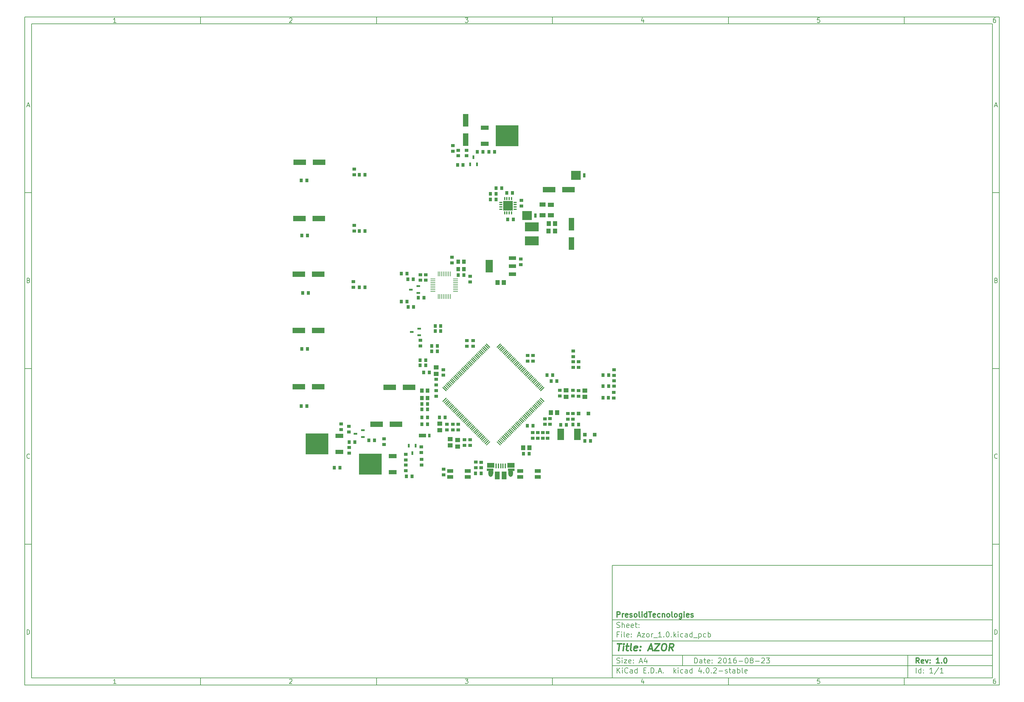
<source format=gbr>
G04 #@! TF.FileFunction,Paste,Top*
%FSLAX46Y46*%
G04 Gerber Fmt 4.6, Leading zero omitted, Abs format (unit mm)*
G04 Created by KiCad (PCBNEW 4.0.2-stable) date 05/09/2016 12:26:53*
%MOMM*%
G01*
G04 APERTURE LIST*
%ADD10C,0.150000*%
%ADD11C,0.300000*%
%ADD12C,0.400000*%
%ADD13R,1.910000X3.300000*%
%ADD14R,2.301240X1.300480*%
%ADD15R,6.499860X5.900420*%
%ADD16R,1.000760X0.599440*%
%ADD17R,1.000760X0.949960*%
%ADD18R,1.425000X2.250000*%
%ADD19R,1.825000X0.700000*%
%ADD20R,2.000000X1.460000*%
%ADD21R,0.400000X1.400000*%
%ADD22O,1.300000X2.150000*%
%ADD23R,1.300000X0.800000*%
%ADD24R,4.000000X2.540000*%
%ADD25R,1.150620X1.450340*%
%ADD26R,0.599440X1.000760*%
%ADD27R,2.032000X3.657600*%
%ADD28R,2.032000X1.016000*%
%ADD29R,3.599180X1.600200*%
%ADD30R,0.949960X1.000760*%
%ADD31R,1.998980X1.099820*%
%ADD32R,0.800100X1.099820*%
%ADD33R,1.450340X1.150620*%
%ADD34R,2.669540X2.540000*%
%ADD35R,0.762000X1.270000*%
%ADD36R,1.600200X3.599180*%
%ADD37R,1.800860X1.150620*%
%ADD38R,2.700020X2.700020*%
%ADD39R,0.350520X0.949960*%
%ADD40R,0.949960X0.350520*%
%ADD41R,1.800000X1.100000*%
%ADD42R,1.100000X1.300000*%
%ADD43R,1.450000X0.283000*%
%ADD44R,0.283000X1.450000*%
%ADD45R,1.000000X1.000000*%
G04 APERTURE END LIST*
D10*
X177002200Y-166007200D02*
X177002200Y-198007200D01*
X285002200Y-198007200D01*
X285002200Y-166007200D01*
X177002200Y-166007200D01*
X10000000Y-10000000D02*
X10000000Y-200007200D01*
X287002200Y-200007200D01*
X287002200Y-10000000D01*
X10000000Y-10000000D01*
X12000000Y-12000000D02*
X12000000Y-198007200D01*
X285002200Y-198007200D01*
X285002200Y-12000000D01*
X12000000Y-12000000D01*
X60000000Y-12000000D02*
X60000000Y-10000000D01*
X110000000Y-12000000D02*
X110000000Y-10000000D01*
X160000000Y-12000000D02*
X160000000Y-10000000D01*
X210000000Y-12000000D02*
X210000000Y-10000000D01*
X260000000Y-12000000D02*
X260000000Y-10000000D01*
X35990476Y-11588095D02*
X35247619Y-11588095D01*
X35619048Y-11588095D02*
X35619048Y-10288095D01*
X35495238Y-10473810D01*
X35371429Y-10597619D01*
X35247619Y-10659524D01*
X85247619Y-10411905D02*
X85309524Y-10350000D01*
X85433333Y-10288095D01*
X85742857Y-10288095D01*
X85866667Y-10350000D01*
X85928571Y-10411905D01*
X85990476Y-10535714D01*
X85990476Y-10659524D01*
X85928571Y-10845238D01*
X85185714Y-11588095D01*
X85990476Y-11588095D01*
X135185714Y-10288095D02*
X135990476Y-10288095D01*
X135557143Y-10783333D01*
X135742857Y-10783333D01*
X135866667Y-10845238D01*
X135928571Y-10907143D01*
X135990476Y-11030952D01*
X135990476Y-11340476D01*
X135928571Y-11464286D01*
X135866667Y-11526190D01*
X135742857Y-11588095D01*
X135371429Y-11588095D01*
X135247619Y-11526190D01*
X135185714Y-11464286D01*
X185866667Y-10721429D02*
X185866667Y-11588095D01*
X185557143Y-10226190D02*
X185247619Y-11154762D01*
X186052381Y-11154762D01*
X235928571Y-10288095D02*
X235309524Y-10288095D01*
X235247619Y-10907143D01*
X235309524Y-10845238D01*
X235433333Y-10783333D01*
X235742857Y-10783333D01*
X235866667Y-10845238D01*
X235928571Y-10907143D01*
X235990476Y-11030952D01*
X235990476Y-11340476D01*
X235928571Y-11464286D01*
X235866667Y-11526190D01*
X235742857Y-11588095D01*
X235433333Y-11588095D01*
X235309524Y-11526190D01*
X235247619Y-11464286D01*
X285866667Y-10288095D02*
X285619048Y-10288095D01*
X285495238Y-10350000D01*
X285433333Y-10411905D01*
X285309524Y-10597619D01*
X285247619Y-10845238D01*
X285247619Y-11340476D01*
X285309524Y-11464286D01*
X285371429Y-11526190D01*
X285495238Y-11588095D01*
X285742857Y-11588095D01*
X285866667Y-11526190D01*
X285928571Y-11464286D01*
X285990476Y-11340476D01*
X285990476Y-11030952D01*
X285928571Y-10907143D01*
X285866667Y-10845238D01*
X285742857Y-10783333D01*
X285495238Y-10783333D01*
X285371429Y-10845238D01*
X285309524Y-10907143D01*
X285247619Y-11030952D01*
X60000000Y-198007200D02*
X60000000Y-200007200D01*
X110000000Y-198007200D02*
X110000000Y-200007200D01*
X160000000Y-198007200D02*
X160000000Y-200007200D01*
X210000000Y-198007200D02*
X210000000Y-200007200D01*
X260000000Y-198007200D02*
X260000000Y-200007200D01*
X35990476Y-199595295D02*
X35247619Y-199595295D01*
X35619048Y-199595295D02*
X35619048Y-198295295D01*
X35495238Y-198481010D01*
X35371429Y-198604819D01*
X35247619Y-198666724D01*
X85247619Y-198419105D02*
X85309524Y-198357200D01*
X85433333Y-198295295D01*
X85742857Y-198295295D01*
X85866667Y-198357200D01*
X85928571Y-198419105D01*
X85990476Y-198542914D01*
X85990476Y-198666724D01*
X85928571Y-198852438D01*
X85185714Y-199595295D01*
X85990476Y-199595295D01*
X135185714Y-198295295D02*
X135990476Y-198295295D01*
X135557143Y-198790533D01*
X135742857Y-198790533D01*
X135866667Y-198852438D01*
X135928571Y-198914343D01*
X135990476Y-199038152D01*
X135990476Y-199347676D01*
X135928571Y-199471486D01*
X135866667Y-199533390D01*
X135742857Y-199595295D01*
X135371429Y-199595295D01*
X135247619Y-199533390D01*
X135185714Y-199471486D01*
X185866667Y-198728629D02*
X185866667Y-199595295D01*
X185557143Y-198233390D02*
X185247619Y-199161962D01*
X186052381Y-199161962D01*
X235928571Y-198295295D02*
X235309524Y-198295295D01*
X235247619Y-198914343D01*
X235309524Y-198852438D01*
X235433333Y-198790533D01*
X235742857Y-198790533D01*
X235866667Y-198852438D01*
X235928571Y-198914343D01*
X235990476Y-199038152D01*
X235990476Y-199347676D01*
X235928571Y-199471486D01*
X235866667Y-199533390D01*
X235742857Y-199595295D01*
X235433333Y-199595295D01*
X235309524Y-199533390D01*
X235247619Y-199471486D01*
X285866667Y-198295295D02*
X285619048Y-198295295D01*
X285495238Y-198357200D01*
X285433333Y-198419105D01*
X285309524Y-198604819D01*
X285247619Y-198852438D01*
X285247619Y-199347676D01*
X285309524Y-199471486D01*
X285371429Y-199533390D01*
X285495238Y-199595295D01*
X285742857Y-199595295D01*
X285866667Y-199533390D01*
X285928571Y-199471486D01*
X285990476Y-199347676D01*
X285990476Y-199038152D01*
X285928571Y-198914343D01*
X285866667Y-198852438D01*
X285742857Y-198790533D01*
X285495238Y-198790533D01*
X285371429Y-198852438D01*
X285309524Y-198914343D01*
X285247619Y-199038152D01*
X10000000Y-60000000D02*
X12000000Y-60000000D01*
X10000000Y-110000000D02*
X12000000Y-110000000D01*
X10000000Y-160000000D02*
X12000000Y-160000000D01*
X10690476Y-35216667D02*
X11309524Y-35216667D01*
X10566667Y-35588095D02*
X11000000Y-34288095D01*
X11433333Y-35588095D01*
X11092857Y-84907143D02*
X11278571Y-84969048D01*
X11340476Y-85030952D01*
X11402381Y-85154762D01*
X11402381Y-85340476D01*
X11340476Y-85464286D01*
X11278571Y-85526190D01*
X11154762Y-85588095D01*
X10659524Y-85588095D01*
X10659524Y-84288095D01*
X11092857Y-84288095D01*
X11216667Y-84350000D01*
X11278571Y-84411905D01*
X11340476Y-84535714D01*
X11340476Y-84659524D01*
X11278571Y-84783333D01*
X11216667Y-84845238D01*
X11092857Y-84907143D01*
X10659524Y-84907143D01*
X11402381Y-135464286D02*
X11340476Y-135526190D01*
X11154762Y-135588095D01*
X11030952Y-135588095D01*
X10845238Y-135526190D01*
X10721429Y-135402381D01*
X10659524Y-135278571D01*
X10597619Y-135030952D01*
X10597619Y-134845238D01*
X10659524Y-134597619D01*
X10721429Y-134473810D01*
X10845238Y-134350000D01*
X11030952Y-134288095D01*
X11154762Y-134288095D01*
X11340476Y-134350000D01*
X11402381Y-134411905D01*
X10659524Y-185588095D02*
X10659524Y-184288095D01*
X10969048Y-184288095D01*
X11154762Y-184350000D01*
X11278571Y-184473810D01*
X11340476Y-184597619D01*
X11402381Y-184845238D01*
X11402381Y-185030952D01*
X11340476Y-185278571D01*
X11278571Y-185402381D01*
X11154762Y-185526190D01*
X10969048Y-185588095D01*
X10659524Y-185588095D01*
X287002200Y-60000000D02*
X285002200Y-60000000D01*
X287002200Y-110000000D02*
X285002200Y-110000000D01*
X287002200Y-160000000D02*
X285002200Y-160000000D01*
X285692676Y-35216667D02*
X286311724Y-35216667D01*
X285568867Y-35588095D02*
X286002200Y-34288095D01*
X286435533Y-35588095D01*
X286095057Y-84907143D02*
X286280771Y-84969048D01*
X286342676Y-85030952D01*
X286404581Y-85154762D01*
X286404581Y-85340476D01*
X286342676Y-85464286D01*
X286280771Y-85526190D01*
X286156962Y-85588095D01*
X285661724Y-85588095D01*
X285661724Y-84288095D01*
X286095057Y-84288095D01*
X286218867Y-84350000D01*
X286280771Y-84411905D01*
X286342676Y-84535714D01*
X286342676Y-84659524D01*
X286280771Y-84783333D01*
X286218867Y-84845238D01*
X286095057Y-84907143D01*
X285661724Y-84907143D01*
X286404581Y-135464286D02*
X286342676Y-135526190D01*
X286156962Y-135588095D01*
X286033152Y-135588095D01*
X285847438Y-135526190D01*
X285723629Y-135402381D01*
X285661724Y-135278571D01*
X285599819Y-135030952D01*
X285599819Y-134845238D01*
X285661724Y-134597619D01*
X285723629Y-134473810D01*
X285847438Y-134350000D01*
X286033152Y-134288095D01*
X286156962Y-134288095D01*
X286342676Y-134350000D01*
X286404581Y-134411905D01*
X285661724Y-185588095D02*
X285661724Y-184288095D01*
X285971248Y-184288095D01*
X286156962Y-184350000D01*
X286280771Y-184473810D01*
X286342676Y-184597619D01*
X286404581Y-184845238D01*
X286404581Y-185030952D01*
X286342676Y-185278571D01*
X286280771Y-185402381D01*
X286156962Y-185526190D01*
X285971248Y-185588095D01*
X285661724Y-185588095D01*
X200359343Y-193785771D02*
X200359343Y-192285771D01*
X200716486Y-192285771D01*
X200930771Y-192357200D01*
X201073629Y-192500057D01*
X201145057Y-192642914D01*
X201216486Y-192928629D01*
X201216486Y-193142914D01*
X201145057Y-193428629D01*
X201073629Y-193571486D01*
X200930771Y-193714343D01*
X200716486Y-193785771D01*
X200359343Y-193785771D01*
X202502200Y-193785771D02*
X202502200Y-193000057D01*
X202430771Y-192857200D01*
X202287914Y-192785771D01*
X202002200Y-192785771D01*
X201859343Y-192857200D01*
X202502200Y-193714343D02*
X202359343Y-193785771D01*
X202002200Y-193785771D01*
X201859343Y-193714343D01*
X201787914Y-193571486D01*
X201787914Y-193428629D01*
X201859343Y-193285771D01*
X202002200Y-193214343D01*
X202359343Y-193214343D01*
X202502200Y-193142914D01*
X203002200Y-192785771D02*
X203573629Y-192785771D01*
X203216486Y-192285771D02*
X203216486Y-193571486D01*
X203287914Y-193714343D01*
X203430772Y-193785771D01*
X203573629Y-193785771D01*
X204645057Y-193714343D02*
X204502200Y-193785771D01*
X204216486Y-193785771D01*
X204073629Y-193714343D01*
X204002200Y-193571486D01*
X204002200Y-193000057D01*
X204073629Y-192857200D01*
X204216486Y-192785771D01*
X204502200Y-192785771D01*
X204645057Y-192857200D01*
X204716486Y-193000057D01*
X204716486Y-193142914D01*
X204002200Y-193285771D01*
X205359343Y-193642914D02*
X205430771Y-193714343D01*
X205359343Y-193785771D01*
X205287914Y-193714343D01*
X205359343Y-193642914D01*
X205359343Y-193785771D01*
X205359343Y-192857200D02*
X205430771Y-192928629D01*
X205359343Y-193000057D01*
X205287914Y-192928629D01*
X205359343Y-192857200D01*
X205359343Y-193000057D01*
X207145057Y-192428629D02*
X207216486Y-192357200D01*
X207359343Y-192285771D01*
X207716486Y-192285771D01*
X207859343Y-192357200D01*
X207930772Y-192428629D01*
X208002200Y-192571486D01*
X208002200Y-192714343D01*
X207930772Y-192928629D01*
X207073629Y-193785771D01*
X208002200Y-193785771D01*
X208930771Y-192285771D02*
X209073628Y-192285771D01*
X209216485Y-192357200D01*
X209287914Y-192428629D01*
X209359343Y-192571486D01*
X209430771Y-192857200D01*
X209430771Y-193214343D01*
X209359343Y-193500057D01*
X209287914Y-193642914D01*
X209216485Y-193714343D01*
X209073628Y-193785771D01*
X208930771Y-193785771D01*
X208787914Y-193714343D01*
X208716485Y-193642914D01*
X208645057Y-193500057D01*
X208573628Y-193214343D01*
X208573628Y-192857200D01*
X208645057Y-192571486D01*
X208716485Y-192428629D01*
X208787914Y-192357200D01*
X208930771Y-192285771D01*
X210859342Y-193785771D02*
X210002199Y-193785771D01*
X210430771Y-193785771D02*
X210430771Y-192285771D01*
X210287914Y-192500057D01*
X210145056Y-192642914D01*
X210002199Y-192714343D01*
X212145056Y-192285771D02*
X211859342Y-192285771D01*
X211716485Y-192357200D01*
X211645056Y-192428629D01*
X211502199Y-192642914D01*
X211430770Y-192928629D01*
X211430770Y-193500057D01*
X211502199Y-193642914D01*
X211573627Y-193714343D01*
X211716485Y-193785771D01*
X212002199Y-193785771D01*
X212145056Y-193714343D01*
X212216485Y-193642914D01*
X212287913Y-193500057D01*
X212287913Y-193142914D01*
X212216485Y-193000057D01*
X212145056Y-192928629D01*
X212002199Y-192857200D01*
X211716485Y-192857200D01*
X211573627Y-192928629D01*
X211502199Y-193000057D01*
X211430770Y-193142914D01*
X212930770Y-193214343D02*
X214073627Y-193214343D01*
X215073627Y-192285771D02*
X215216484Y-192285771D01*
X215359341Y-192357200D01*
X215430770Y-192428629D01*
X215502199Y-192571486D01*
X215573627Y-192857200D01*
X215573627Y-193214343D01*
X215502199Y-193500057D01*
X215430770Y-193642914D01*
X215359341Y-193714343D01*
X215216484Y-193785771D01*
X215073627Y-193785771D01*
X214930770Y-193714343D01*
X214859341Y-193642914D01*
X214787913Y-193500057D01*
X214716484Y-193214343D01*
X214716484Y-192857200D01*
X214787913Y-192571486D01*
X214859341Y-192428629D01*
X214930770Y-192357200D01*
X215073627Y-192285771D01*
X216430770Y-192928629D02*
X216287912Y-192857200D01*
X216216484Y-192785771D01*
X216145055Y-192642914D01*
X216145055Y-192571486D01*
X216216484Y-192428629D01*
X216287912Y-192357200D01*
X216430770Y-192285771D01*
X216716484Y-192285771D01*
X216859341Y-192357200D01*
X216930770Y-192428629D01*
X217002198Y-192571486D01*
X217002198Y-192642914D01*
X216930770Y-192785771D01*
X216859341Y-192857200D01*
X216716484Y-192928629D01*
X216430770Y-192928629D01*
X216287912Y-193000057D01*
X216216484Y-193071486D01*
X216145055Y-193214343D01*
X216145055Y-193500057D01*
X216216484Y-193642914D01*
X216287912Y-193714343D01*
X216430770Y-193785771D01*
X216716484Y-193785771D01*
X216859341Y-193714343D01*
X216930770Y-193642914D01*
X217002198Y-193500057D01*
X217002198Y-193214343D01*
X216930770Y-193071486D01*
X216859341Y-193000057D01*
X216716484Y-192928629D01*
X217645055Y-193214343D02*
X218787912Y-193214343D01*
X219430769Y-192428629D02*
X219502198Y-192357200D01*
X219645055Y-192285771D01*
X220002198Y-192285771D01*
X220145055Y-192357200D01*
X220216484Y-192428629D01*
X220287912Y-192571486D01*
X220287912Y-192714343D01*
X220216484Y-192928629D01*
X219359341Y-193785771D01*
X220287912Y-193785771D01*
X220787912Y-192285771D02*
X221716483Y-192285771D01*
X221216483Y-192857200D01*
X221430769Y-192857200D01*
X221573626Y-192928629D01*
X221645055Y-193000057D01*
X221716483Y-193142914D01*
X221716483Y-193500057D01*
X221645055Y-193642914D01*
X221573626Y-193714343D01*
X221430769Y-193785771D01*
X221002197Y-193785771D01*
X220859340Y-193714343D01*
X220787912Y-193642914D01*
X177002200Y-194507200D02*
X285002200Y-194507200D01*
X178359343Y-196585771D02*
X178359343Y-195085771D01*
X179216486Y-196585771D02*
X178573629Y-195728629D01*
X179216486Y-195085771D02*
X178359343Y-195942914D01*
X179859343Y-196585771D02*
X179859343Y-195585771D01*
X179859343Y-195085771D02*
X179787914Y-195157200D01*
X179859343Y-195228629D01*
X179930771Y-195157200D01*
X179859343Y-195085771D01*
X179859343Y-195228629D01*
X181430772Y-196442914D02*
X181359343Y-196514343D01*
X181145057Y-196585771D01*
X181002200Y-196585771D01*
X180787915Y-196514343D01*
X180645057Y-196371486D01*
X180573629Y-196228629D01*
X180502200Y-195942914D01*
X180502200Y-195728629D01*
X180573629Y-195442914D01*
X180645057Y-195300057D01*
X180787915Y-195157200D01*
X181002200Y-195085771D01*
X181145057Y-195085771D01*
X181359343Y-195157200D01*
X181430772Y-195228629D01*
X182716486Y-196585771D02*
X182716486Y-195800057D01*
X182645057Y-195657200D01*
X182502200Y-195585771D01*
X182216486Y-195585771D01*
X182073629Y-195657200D01*
X182716486Y-196514343D02*
X182573629Y-196585771D01*
X182216486Y-196585771D01*
X182073629Y-196514343D01*
X182002200Y-196371486D01*
X182002200Y-196228629D01*
X182073629Y-196085771D01*
X182216486Y-196014343D01*
X182573629Y-196014343D01*
X182716486Y-195942914D01*
X184073629Y-196585771D02*
X184073629Y-195085771D01*
X184073629Y-196514343D02*
X183930772Y-196585771D01*
X183645058Y-196585771D01*
X183502200Y-196514343D01*
X183430772Y-196442914D01*
X183359343Y-196300057D01*
X183359343Y-195871486D01*
X183430772Y-195728629D01*
X183502200Y-195657200D01*
X183645058Y-195585771D01*
X183930772Y-195585771D01*
X184073629Y-195657200D01*
X185930772Y-195800057D02*
X186430772Y-195800057D01*
X186645058Y-196585771D02*
X185930772Y-196585771D01*
X185930772Y-195085771D01*
X186645058Y-195085771D01*
X187287915Y-196442914D02*
X187359343Y-196514343D01*
X187287915Y-196585771D01*
X187216486Y-196514343D01*
X187287915Y-196442914D01*
X187287915Y-196585771D01*
X188002201Y-196585771D02*
X188002201Y-195085771D01*
X188359344Y-195085771D01*
X188573629Y-195157200D01*
X188716487Y-195300057D01*
X188787915Y-195442914D01*
X188859344Y-195728629D01*
X188859344Y-195942914D01*
X188787915Y-196228629D01*
X188716487Y-196371486D01*
X188573629Y-196514343D01*
X188359344Y-196585771D01*
X188002201Y-196585771D01*
X189502201Y-196442914D02*
X189573629Y-196514343D01*
X189502201Y-196585771D01*
X189430772Y-196514343D01*
X189502201Y-196442914D01*
X189502201Y-196585771D01*
X190145058Y-196157200D02*
X190859344Y-196157200D01*
X190002201Y-196585771D02*
X190502201Y-195085771D01*
X191002201Y-196585771D01*
X191502201Y-196442914D02*
X191573629Y-196514343D01*
X191502201Y-196585771D01*
X191430772Y-196514343D01*
X191502201Y-196442914D01*
X191502201Y-196585771D01*
X194502201Y-196585771D02*
X194502201Y-195085771D01*
X194645058Y-196014343D02*
X195073629Y-196585771D01*
X195073629Y-195585771D02*
X194502201Y-196157200D01*
X195716487Y-196585771D02*
X195716487Y-195585771D01*
X195716487Y-195085771D02*
X195645058Y-195157200D01*
X195716487Y-195228629D01*
X195787915Y-195157200D01*
X195716487Y-195085771D01*
X195716487Y-195228629D01*
X197073630Y-196514343D02*
X196930773Y-196585771D01*
X196645059Y-196585771D01*
X196502201Y-196514343D01*
X196430773Y-196442914D01*
X196359344Y-196300057D01*
X196359344Y-195871486D01*
X196430773Y-195728629D01*
X196502201Y-195657200D01*
X196645059Y-195585771D01*
X196930773Y-195585771D01*
X197073630Y-195657200D01*
X198359344Y-196585771D02*
X198359344Y-195800057D01*
X198287915Y-195657200D01*
X198145058Y-195585771D01*
X197859344Y-195585771D01*
X197716487Y-195657200D01*
X198359344Y-196514343D02*
X198216487Y-196585771D01*
X197859344Y-196585771D01*
X197716487Y-196514343D01*
X197645058Y-196371486D01*
X197645058Y-196228629D01*
X197716487Y-196085771D01*
X197859344Y-196014343D01*
X198216487Y-196014343D01*
X198359344Y-195942914D01*
X199716487Y-196585771D02*
X199716487Y-195085771D01*
X199716487Y-196514343D02*
X199573630Y-196585771D01*
X199287916Y-196585771D01*
X199145058Y-196514343D01*
X199073630Y-196442914D01*
X199002201Y-196300057D01*
X199002201Y-195871486D01*
X199073630Y-195728629D01*
X199145058Y-195657200D01*
X199287916Y-195585771D01*
X199573630Y-195585771D01*
X199716487Y-195657200D01*
X202216487Y-195585771D02*
X202216487Y-196585771D01*
X201859344Y-195014343D02*
X201502201Y-196085771D01*
X202430773Y-196085771D01*
X203002201Y-196442914D02*
X203073629Y-196514343D01*
X203002201Y-196585771D01*
X202930772Y-196514343D01*
X203002201Y-196442914D01*
X203002201Y-196585771D01*
X204002201Y-195085771D02*
X204145058Y-195085771D01*
X204287915Y-195157200D01*
X204359344Y-195228629D01*
X204430773Y-195371486D01*
X204502201Y-195657200D01*
X204502201Y-196014343D01*
X204430773Y-196300057D01*
X204359344Y-196442914D01*
X204287915Y-196514343D01*
X204145058Y-196585771D01*
X204002201Y-196585771D01*
X203859344Y-196514343D01*
X203787915Y-196442914D01*
X203716487Y-196300057D01*
X203645058Y-196014343D01*
X203645058Y-195657200D01*
X203716487Y-195371486D01*
X203787915Y-195228629D01*
X203859344Y-195157200D01*
X204002201Y-195085771D01*
X205145058Y-196442914D02*
X205216486Y-196514343D01*
X205145058Y-196585771D01*
X205073629Y-196514343D01*
X205145058Y-196442914D01*
X205145058Y-196585771D01*
X205787915Y-195228629D02*
X205859344Y-195157200D01*
X206002201Y-195085771D01*
X206359344Y-195085771D01*
X206502201Y-195157200D01*
X206573630Y-195228629D01*
X206645058Y-195371486D01*
X206645058Y-195514343D01*
X206573630Y-195728629D01*
X205716487Y-196585771D01*
X206645058Y-196585771D01*
X207287915Y-196014343D02*
X208430772Y-196014343D01*
X209073629Y-196514343D02*
X209216486Y-196585771D01*
X209502201Y-196585771D01*
X209645058Y-196514343D01*
X209716486Y-196371486D01*
X209716486Y-196300057D01*
X209645058Y-196157200D01*
X209502201Y-196085771D01*
X209287915Y-196085771D01*
X209145058Y-196014343D01*
X209073629Y-195871486D01*
X209073629Y-195800057D01*
X209145058Y-195657200D01*
X209287915Y-195585771D01*
X209502201Y-195585771D01*
X209645058Y-195657200D01*
X210145058Y-195585771D02*
X210716487Y-195585771D01*
X210359344Y-195085771D02*
X210359344Y-196371486D01*
X210430772Y-196514343D01*
X210573630Y-196585771D01*
X210716487Y-196585771D01*
X211859344Y-196585771D02*
X211859344Y-195800057D01*
X211787915Y-195657200D01*
X211645058Y-195585771D01*
X211359344Y-195585771D01*
X211216487Y-195657200D01*
X211859344Y-196514343D02*
X211716487Y-196585771D01*
X211359344Y-196585771D01*
X211216487Y-196514343D01*
X211145058Y-196371486D01*
X211145058Y-196228629D01*
X211216487Y-196085771D01*
X211359344Y-196014343D01*
X211716487Y-196014343D01*
X211859344Y-195942914D01*
X212573630Y-196585771D02*
X212573630Y-195085771D01*
X212573630Y-195657200D02*
X212716487Y-195585771D01*
X213002201Y-195585771D01*
X213145058Y-195657200D01*
X213216487Y-195728629D01*
X213287916Y-195871486D01*
X213287916Y-196300057D01*
X213216487Y-196442914D01*
X213145058Y-196514343D01*
X213002201Y-196585771D01*
X212716487Y-196585771D01*
X212573630Y-196514343D01*
X214145059Y-196585771D02*
X214002201Y-196514343D01*
X213930773Y-196371486D01*
X213930773Y-195085771D01*
X215287915Y-196514343D02*
X215145058Y-196585771D01*
X214859344Y-196585771D01*
X214716487Y-196514343D01*
X214645058Y-196371486D01*
X214645058Y-195800057D01*
X214716487Y-195657200D01*
X214859344Y-195585771D01*
X215145058Y-195585771D01*
X215287915Y-195657200D01*
X215359344Y-195800057D01*
X215359344Y-195942914D01*
X214645058Y-196085771D01*
X177002200Y-191507200D02*
X285002200Y-191507200D01*
D11*
X264216486Y-193785771D02*
X263716486Y-193071486D01*
X263359343Y-193785771D02*
X263359343Y-192285771D01*
X263930771Y-192285771D01*
X264073629Y-192357200D01*
X264145057Y-192428629D01*
X264216486Y-192571486D01*
X264216486Y-192785771D01*
X264145057Y-192928629D01*
X264073629Y-193000057D01*
X263930771Y-193071486D01*
X263359343Y-193071486D01*
X265430771Y-193714343D02*
X265287914Y-193785771D01*
X265002200Y-193785771D01*
X264859343Y-193714343D01*
X264787914Y-193571486D01*
X264787914Y-193000057D01*
X264859343Y-192857200D01*
X265002200Y-192785771D01*
X265287914Y-192785771D01*
X265430771Y-192857200D01*
X265502200Y-193000057D01*
X265502200Y-193142914D01*
X264787914Y-193285771D01*
X266002200Y-192785771D02*
X266359343Y-193785771D01*
X266716485Y-192785771D01*
X267287914Y-193642914D02*
X267359342Y-193714343D01*
X267287914Y-193785771D01*
X267216485Y-193714343D01*
X267287914Y-193642914D01*
X267287914Y-193785771D01*
X267287914Y-192857200D02*
X267359342Y-192928629D01*
X267287914Y-193000057D01*
X267216485Y-192928629D01*
X267287914Y-192857200D01*
X267287914Y-193000057D01*
X269930771Y-193785771D02*
X269073628Y-193785771D01*
X269502200Y-193785771D02*
X269502200Y-192285771D01*
X269359343Y-192500057D01*
X269216485Y-192642914D01*
X269073628Y-192714343D01*
X270573628Y-193642914D02*
X270645056Y-193714343D01*
X270573628Y-193785771D01*
X270502199Y-193714343D01*
X270573628Y-193642914D01*
X270573628Y-193785771D01*
X271573628Y-192285771D02*
X271716485Y-192285771D01*
X271859342Y-192357200D01*
X271930771Y-192428629D01*
X272002200Y-192571486D01*
X272073628Y-192857200D01*
X272073628Y-193214343D01*
X272002200Y-193500057D01*
X271930771Y-193642914D01*
X271859342Y-193714343D01*
X271716485Y-193785771D01*
X271573628Y-193785771D01*
X271430771Y-193714343D01*
X271359342Y-193642914D01*
X271287914Y-193500057D01*
X271216485Y-193214343D01*
X271216485Y-192857200D01*
X271287914Y-192571486D01*
X271359342Y-192428629D01*
X271430771Y-192357200D01*
X271573628Y-192285771D01*
D10*
X178287914Y-193714343D02*
X178502200Y-193785771D01*
X178859343Y-193785771D01*
X179002200Y-193714343D01*
X179073629Y-193642914D01*
X179145057Y-193500057D01*
X179145057Y-193357200D01*
X179073629Y-193214343D01*
X179002200Y-193142914D01*
X178859343Y-193071486D01*
X178573629Y-193000057D01*
X178430771Y-192928629D01*
X178359343Y-192857200D01*
X178287914Y-192714343D01*
X178287914Y-192571486D01*
X178359343Y-192428629D01*
X178430771Y-192357200D01*
X178573629Y-192285771D01*
X178930771Y-192285771D01*
X179145057Y-192357200D01*
X179787914Y-193785771D02*
X179787914Y-192785771D01*
X179787914Y-192285771D02*
X179716485Y-192357200D01*
X179787914Y-192428629D01*
X179859342Y-192357200D01*
X179787914Y-192285771D01*
X179787914Y-192428629D01*
X180359343Y-192785771D02*
X181145057Y-192785771D01*
X180359343Y-193785771D01*
X181145057Y-193785771D01*
X182287914Y-193714343D02*
X182145057Y-193785771D01*
X181859343Y-193785771D01*
X181716486Y-193714343D01*
X181645057Y-193571486D01*
X181645057Y-193000057D01*
X181716486Y-192857200D01*
X181859343Y-192785771D01*
X182145057Y-192785771D01*
X182287914Y-192857200D01*
X182359343Y-193000057D01*
X182359343Y-193142914D01*
X181645057Y-193285771D01*
X183002200Y-193642914D02*
X183073628Y-193714343D01*
X183002200Y-193785771D01*
X182930771Y-193714343D01*
X183002200Y-193642914D01*
X183002200Y-193785771D01*
X183002200Y-192857200D02*
X183073628Y-192928629D01*
X183002200Y-193000057D01*
X182930771Y-192928629D01*
X183002200Y-192857200D01*
X183002200Y-193000057D01*
X184787914Y-193357200D02*
X185502200Y-193357200D01*
X184645057Y-193785771D02*
X185145057Y-192285771D01*
X185645057Y-193785771D01*
X186787914Y-192785771D02*
X186787914Y-193785771D01*
X186430771Y-192214343D02*
X186073628Y-193285771D01*
X187002200Y-193285771D01*
X263359343Y-196585771D02*
X263359343Y-195085771D01*
X264716486Y-196585771D02*
X264716486Y-195085771D01*
X264716486Y-196514343D02*
X264573629Y-196585771D01*
X264287915Y-196585771D01*
X264145057Y-196514343D01*
X264073629Y-196442914D01*
X264002200Y-196300057D01*
X264002200Y-195871486D01*
X264073629Y-195728629D01*
X264145057Y-195657200D01*
X264287915Y-195585771D01*
X264573629Y-195585771D01*
X264716486Y-195657200D01*
X265430772Y-196442914D02*
X265502200Y-196514343D01*
X265430772Y-196585771D01*
X265359343Y-196514343D01*
X265430772Y-196442914D01*
X265430772Y-196585771D01*
X265430772Y-195657200D02*
X265502200Y-195728629D01*
X265430772Y-195800057D01*
X265359343Y-195728629D01*
X265430772Y-195657200D01*
X265430772Y-195800057D01*
X268073629Y-196585771D02*
X267216486Y-196585771D01*
X267645058Y-196585771D02*
X267645058Y-195085771D01*
X267502201Y-195300057D01*
X267359343Y-195442914D01*
X267216486Y-195514343D01*
X269787914Y-195014343D02*
X268502200Y-196942914D01*
X271073629Y-196585771D02*
X270216486Y-196585771D01*
X270645058Y-196585771D02*
X270645058Y-195085771D01*
X270502201Y-195300057D01*
X270359343Y-195442914D01*
X270216486Y-195514343D01*
X177002200Y-187507200D02*
X285002200Y-187507200D01*
D12*
X178454581Y-188211962D02*
X179597438Y-188211962D01*
X178776010Y-190211962D02*
X179026010Y-188211962D01*
X180014105Y-190211962D02*
X180180771Y-188878629D01*
X180264105Y-188211962D02*
X180156962Y-188307200D01*
X180240295Y-188402438D01*
X180347439Y-188307200D01*
X180264105Y-188211962D01*
X180240295Y-188402438D01*
X180847438Y-188878629D02*
X181609343Y-188878629D01*
X181216486Y-188211962D02*
X181002200Y-189926248D01*
X181073630Y-190116724D01*
X181252201Y-190211962D01*
X181442677Y-190211962D01*
X182395058Y-190211962D02*
X182216487Y-190116724D01*
X182145057Y-189926248D01*
X182359343Y-188211962D01*
X183930772Y-190116724D02*
X183728391Y-190211962D01*
X183347439Y-190211962D01*
X183168867Y-190116724D01*
X183097438Y-189926248D01*
X183192676Y-189164343D01*
X183311724Y-188973867D01*
X183514105Y-188878629D01*
X183895057Y-188878629D01*
X184073629Y-188973867D01*
X184145057Y-189164343D01*
X184121248Y-189354819D01*
X183145057Y-189545295D01*
X184895057Y-190021486D02*
X184978392Y-190116724D01*
X184871248Y-190211962D01*
X184787915Y-190116724D01*
X184895057Y-190021486D01*
X184871248Y-190211962D01*
X185026010Y-188973867D02*
X185109344Y-189069105D01*
X185002200Y-189164343D01*
X184918867Y-189069105D01*
X185026010Y-188973867D01*
X185002200Y-189164343D01*
X187323629Y-189640533D02*
X188276010Y-189640533D01*
X187061725Y-190211962D02*
X187978392Y-188211962D01*
X188395059Y-190211962D01*
X189121249Y-188211962D02*
X190454583Y-188211962D01*
X188871249Y-190211962D01*
X190204583Y-190211962D01*
X191597440Y-188211962D02*
X191978392Y-188211962D01*
X192156963Y-188307200D01*
X192323631Y-188497676D01*
X192371249Y-188878629D01*
X192287916Y-189545295D01*
X192145059Y-189926248D01*
X191930773Y-190116724D01*
X191728392Y-190211962D01*
X191347440Y-190211962D01*
X191168869Y-190116724D01*
X191002201Y-189926248D01*
X190954582Y-189545295D01*
X191037915Y-188878629D01*
X191180773Y-188497676D01*
X191395059Y-188307200D01*
X191597440Y-188211962D01*
X194204583Y-190211962D02*
X193656963Y-189259581D01*
X193061725Y-190211962D02*
X193311725Y-188211962D01*
X194073630Y-188211962D01*
X194252201Y-188307200D01*
X194335535Y-188402438D01*
X194406964Y-188592914D01*
X194371249Y-188878629D01*
X194252202Y-189069105D01*
X194145058Y-189164343D01*
X193942677Y-189259581D01*
X193180772Y-189259581D01*
D10*
X178859343Y-185600057D02*
X178359343Y-185600057D01*
X178359343Y-186385771D02*
X178359343Y-184885771D01*
X179073629Y-184885771D01*
X179645057Y-186385771D02*
X179645057Y-185385771D01*
X179645057Y-184885771D02*
X179573628Y-184957200D01*
X179645057Y-185028629D01*
X179716485Y-184957200D01*
X179645057Y-184885771D01*
X179645057Y-185028629D01*
X180573629Y-186385771D02*
X180430771Y-186314343D01*
X180359343Y-186171486D01*
X180359343Y-184885771D01*
X181716485Y-186314343D02*
X181573628Y-186385771D01*
X181287914Y-186385771D01*
X181145057Y-186314343D01*
X181073628Y-186171486D01*
X181073628Y-185600057D01*
X181145057Y-185457200D01*
X181287914Y-185385771D01*
X181573628Y-185385771D01*
X181716485Y-185457200D01*
X181787914Y-185600057D01*
X181787914Y-185742914D01*
X181073628Y-185885771D01*
X182430771Y-186242914D02*
X182502199Y-186314343D01*
X182430771Y-186385771D01*
X182359342Y-186314343D01*
X182430771Y-186242914D01*
X182430771Y-186385771D01*
X182430771Y-185457200D02*
X182502199Y-185528629D01*
X182430771Y-185600057D01*
X182359342Y-185528629D01*
X182430771Y-185457200D01*
X182430771Y-185600057D01*
X184216485Y-185957200D02*
X184930771Y-185957200D01*
X184073628Y-186385771D02*
X184573628Y-184885771D01*
X185073628Y-186385771D01*
X185430771Y-185385771D02*
X186216485Y-185385771D01*
X185430771Y-186385771D01*
X186216485Y-186385771D01*
X187002200Y-186385771D02*
X186859342Y-186314343D01*
X186787914Y-186242914D01*
X186716485Y-186100057D01*
X186716485Y-185671486D01*
X186787914Y-185528629D01*
X186859342Y-185457200D01*
X187002200Y-185385771D01*
X187216485Y-185385771D01*
X187359342Y-185457200D01*
X187430771Y-185528629D01*
X187502200Y-185671486D01*
X187502200Y-186100057D01*
X187430771Y-186242914D01*
X187359342Y-186314343D01*
X187216485Y-186385771D01*
X187002200Y-186385771D01*
X188145057Y-186385771D02*
X188145057Y-185385771D01*
X188145057Y-185671486D02*
X188216485Y-185528629D01*
X188287914Y-185457200D01*
X188430771Y-185385771D01*
X188573628Y-185385771D01*
X188716485Y-186528629D02*
X189859342Y-186528629D01*
X191002199Y-186385771D02*
X190145056Y-186385771D01*
X190573628Y-186385771D02*
X190573628Y-184885771D01*
X190430771Y-185100057D01*
X190287913Y-185242914D01*
X190145056Y-185314343D01*
X191645056Y-186242914D02*
X191716484Y-186314343D01*
X191645056Y-186385771D01*
X191573627Y-186314343D01*
X191645056Y-186242914D01*
X191645056Y-186385771D01*
X192645056Y-184885771D02*
X192787913Y-184885771D01*
X192930770Y-184957200D01*
X193002199Y-185028629D01*
X193073628Y-185171486D01*
X193145056Y-185457200D01*
X193145056Y-185814343D01*
X193073628Y-186100057D01*
X193002199Y-186242914D01*
X192930770Y-186314343D01*
X192787913Y-186385771D01*
X192645056Y-186385771D01*
X192502199Y-186314343D01*
X192430770Y-186242914D01*
X192359342Y-186100057D01*
X192287913Y-185814343D01*
X192287913Y-185457200D01*
X192359342Y-185171486D01*
X192430770Y-185028629D01*
X192502199Y-184957200D01*
X192645056Y-184885771D01*
X193787913Y-186242914D02*
X193859341Y-186314343D01*
X193787913Y-186385771D01*
X193716484Y-186314343D01*
X193787913Y-186242914D01*
X193787913Y-186385771D01*
X194502199Y-186385771D02*
X194502199Y-184885771D01*
X194645056Y-185814343D02*
X195073627Y-186385771D01*
X195073627Y-185385771D02*
X194502199Y-185957200D01*
X195716485Y-186385771D02*
X195716485Y-185385771D01*
X195716485Y-184885771D02*
X195645056Y-184957200D01*
X195716485Y-185028629D01*
X195787913Y-184957200D01*
X195716485Y-184885771D01*
X195716485Y-185028629D01*
X197073628Y-186314343D02*
X196930771Y-186385771D01*
X196645057Y-186385771D01*
X196502199Y-186314343D01*
X196430771Y-186242914D01*
X196359342Y-186100057D01*
X196359342Y-185671486D01*
X196430771Y-185528629D01*
X196502199Y-185457200D01*
X196645057Y-185385771D01*
X196930771Y-185385771D01*
X197073628Y-185457200D01*
X198359342Y-186385771D02*
X198359342Y-185600057D01*
X198287913Y-185457200D01*
X198145056Y-185385771D01*
X197859342Y-185385771D01*
X197716485Y-185457200D01*
X198359342Y-186314343D02*
X198216485Y-186385771D01*
X197859342Y-186385771D01*
X197716485Y-186314343D01*
X197645056Y-186171486D01*
X197645056Y-186028629D01*
X197716485Y-185885771D01*
X197859342Y-185814343D01*
X198216485Y-185814343D01*
X198359342Y-185742914D01*
X199716485Y-186385771D02*
X199716485Y-184885771D01*
X199716485Y-186314343D02*
X199573628Y-186385771D01*
X199287914Y-186385771D01*
X199145056Y-186314343D01*
X199073628Y-186242914D01*
X199002199Y-186100057D01*
X199002199Y-185671486D01*
X199073628Y-185528629D01*
X199145056Y-185457200D01*
X199287914Y-185385771D01*
X199573628Y-185385771D01*
X199716485Y-185457200D01*
X200073628Y-186528629D02*
X201216485Y-186528629D01*
X201573628Y-185385771D02*
X201573628Y-186885771D01*
X201573628Y-185457200D02*
X201716485Y-185385771D01*
X202002199Y-185385771D01*
X202145056Y-185457200D01*
X202216485Y-185528629D01*
X202287914Y-185671486D01*
X202287914Y-186100057D01*
X202216485Y-186242914D01*
X202145056Y-186314343D01*
X202002199Y-186385771D01*
X201716485Y-186385771D01*
X201573628Y-186314343D01*
X203573628Y-186314343D02*
X203430771Y-186385771D01*
X203145057Y-186385771D01*
X203002199Y-186314343D01*
X202930771Y-186242914D01*
X202859342Y-186100057D01*
X202859342Y-185671486D01*
X202930771Y-185528629D01*
X203002199Y-185457200D01*
X203145057Y-185385771D01*
X203430771Y-185385771D01*
X203573628Y-185457200D01*
X204216485Y-186385771D02*
X204216485Y-184885771D01*
X204216485Y-185457200D02*
X204359342Y-185385771D01*
X204645056Y-185385771D01*
X204787913Y-185457200D01*
X204859342Y-185528629D01*
X204930771Y-185671486D01*
X204930771Y-186100057D01*
X204859342Y-186242914D01*
X204787913Y-186314343D01*
X204645056Y-186385771D01*
X204359342Y-186385771D01*
X204216485Y-186314343D01*
X177002200Y-181507200D02*
X285002200Y-181507200D01*
X178287914Y-183614343D02*
X178502200Y-183685771D01*
X178859343Y-183685771D01*
X179002200Y-183614343D01*
X179073629Y-183542914D01*
X179145057Y-183400057D01*
X179145057Y-183257200D01*
X179073629Y-183114343D01*
X179002200Y-183042914D01*
X178859343Y-182971486D01*
X178573629Y-182900057D01*
X178430771Y-182828629D01*
X178359343Y-182757200D01*
X178287914Y-182614343D01*
X178287914Y-182471486D01*
X178359343Y-182328629D01*
X178430771Y-182257200D01*
X178573629Y-182185771D01*
X178930771Y-182185771D01*
X179145057Y-182257200D01*
X179787914Y-183685771D02*
X179787914Y-182185771D01*
X180430771Y-183685771D02*
X180430771Y-182900057D01*
X180359342Y-182757200D01*
X180216485Y-182685771D01*
X180002200Y-182685771D01*
X179859342Y-182757200D01*
X179787914Y-182828629D01*
X181716485Y-183614343D02*
X181573628Y-183685771D01*
X181287914Y-183685771D01*
X181145057Y-183614343D01*
X181073628Y-183471486D01*
X181073628Y-182900057D01*
X181145057Y-182757200D01*
X181287914Y-182685771D01*
X181573628Y-182685771D01*
X181716485Y-182757200D01*
X181787914Y-182900057D01*
X181787914Y-183042914D01*
X181073628Y-183185771D01*
X183002199Y-183614343D02*
X182859342Y-183685771D01*
X182573628Y-183685771D01*
X182430771Y-183614343D01*
X182359342Y-183471486D01*
X182359342Y-182900057D01*
X182430771Y-182757200D01*
X182573628Y-182685771D01*
X182859342Y-182685771D01*
X183002199Y-182757200D01*
X183073628Y-182900057D01*
X183073628Y-183042914D01*
X182359342Y-183185771D01*
X183502199Y-182685771D02*
X184073628Y-182685771D01*
X183716485Y-182185771D02*
X183716485Y-183471486D01*
X183787913Y-183614343D01*
X183930771Y-183685771D01*
X184073628Y-183685771D01*
X184573628Y-183542914D02*
X184645056Y-183614343D01*
X184573628Y-183685771D01*
X184502199Y-183614343D01*
X184573628Y-183542914D01*
X184573628Y-183685771D01*
X184573628Y-182757200D02*
X184645056Y-182828629D01*
X184573628Y-182900057D01*
X184502199Y-182828629D01*
X184573628Y-182757200D01*
X184573628Y-182900057D01*
D11*
X178359343Y-180685771D02*
X178359343Y-179185771D01*
X178930771Y-179185771D01*
X179073629Y-179257200D01*
X179145057Y-179328629D01*
X179216486Y-179471486D01*
X179216486Y-179685771D01*
X179145057Y-179828629D01*
X179073629Y-179900057D01*
X178930771Y-179971486D01*
X178359343Y-179971486D01*
X179859343Y-180685771D02*
X179859343Y-179685771D01*
X179859343Y-179971486D02*
X179930771Y-179828629D01*
X180002200Y-179757200D01*
X180145057Y-179685771D01*
X180287914Y-179685771D01*
X181359342Y-180614343D02*
X181216485Y-180685771D01*
X180930771Y-180685771D01*
X180787914Y-180614343D01*
X180716485Y-180471486D01*
X180716485Y-179900057D01*
X180787914Y-179757200D01*
X180930771Y-179685771D01*
X181216485Y-179685771D01*
X181359342Y-179757200D01*
X181430771Y-179900057D01*
X181430771Y-180042914D01*
X180716485Y-180185771D01*
X182002199Y-180614343D02*
X182145056Y-180685771D01*
X182430771Y-180685771D01*
X182573628Y-180614343D01*
X182645056Y-180471486D01*
X182645056Y-180400057D01*
X182573628Y-180257200D01*
X182430771Y-180185771D01*
X182216485Y-180185771D01*
X182073628Y-180114343D01*
X182002199Y-179971486D01*
X182002199Y-179900057D01*
X182073628Y-179757200D01*
X182216485Y-179685771D01*
X182430771Y-179685771D01*
X182573628Y-179757200D01*
X183502200Y-180685771D02*
X183359342Y-180614343D01*
X183287914Y-180542914D01*
X183216485Y-180400057D01*
X183216485Y-179971486D01*
X183287914Y-179828629D01*
X183359342Y-179757200D01*
X183502200Y-179685771D01*
X183716485Y-179685771D01*
X183859342Y-179757200D01*
X183930771Y-179828629D01*
X184002200Y-179971486D01*
X184002200Y-180400057D01*
X183930771Y-180542914D01*
X183859342Y-180614343D01*
X183716485Y-180685771D01*
X183502200Y-180685771D01*
X184859343Y-180685771D02*
X184716485Y-180614343D01*
X184645057Y-180471486D01*
X184645057Y-179185771D01*
X185430771Y-180685771D02*
X185430771Y-179685771D01*
X185430771Y-179185771D02*
X185359342Y-179257200D01*
X185430771Y-179328629D01*
X185502199Y-179257200D01*
X185430771Y-179185771D01*
X185430771Y-179328629D01*
X186787914Y-180685771D02*
X186787914Y-179185771D01*
X186787914Y-180614343D02*
X186645057Y-180685771D01*
X186359343Y-180685771D01*
X186216485Y-180614343D01*
X186145057Y-180542914D01*
X186073628Y-180400057D01*
X186073628Y-179971486D01*
X186145057Y-179828629D01*
X186216485Y-179757200D01*
X186359343Y-179685771D01*
X186645057Y-179685771D01*
X186787914Y-179757200D01*
X187287914Y-179185771D02*
X188145057Y-179185771D01*
X187716486Y-180685771D02*
X187716486Y-179185771D01*
X189216485Y-180614343D02*
X189073628Y-180685771D01*
X188787914Y-180685771D01*
X188645057Y-180614343D01*
X188573628Y-180471486D01*
X188573628Y-179900057D01*
X188645057Y-179757200D01*
X188787914Y-179685771D01*
X189073628Y-179685771D01*
X189216485Y-179757200D01*
X189287914Y-179900057D01*
X189287914Y-180042914D01*
X188573628Y-180185771D01*
X190573628Y-180614343D02*
X190430771Y-180685771D01*
X190145057Y-180685771D01*
X190002199Y-180614343D01*
X189930771Y-180542914D01*
X189859342Y-180400057D01*
X189859342Y-179971486D01*
X189930771Y-179828629D01*
X190002199Y-179757200D01*
X190145057Y-179685771D01*
X190430771Y-179685771D01*
X190573628Y-179757200D01*
X191216485Y-179685771D02*
X191216485Y-180685771D01*
X191216485Y-179828629D02*
X191287913Y-179757200D01*
X191430771Y-179685771D01*
X191645056Y-179685771D01*
X191787913Y-179757200D01*
X191859342Y-179900057D01*
X191859342Y-180685771D01*
X192787914Y-180685771D02*
X192645056Y-180614343D01*
X192573628Y-180542914D01*
X192502199Y-180400057D01*
X192502199Y-179971486D01*
X192573628Y-179828629D01*
X192645056Y-179757200D01*
X192787914Y-179685771D01*
X193002199Y-179685771D01*
X193145056Y-179757200D01*
X193216485Y-179828629D01*
X193287914Y-179971486D01*
X193287914Y-180400057D01*
X193216485Y-180542914D01*
X193145056Y-180614343D01*
X193002199Y-180685771D01*
X192787914Y-180685771D01*
X194145057Y-180685771D02*
X194002199Y-180614343D01*
X193930771Y-180471486D01*
X193930771Y-179185771D01*
X194930771Y-180685771D02*
X194787913Y-180614343D01*
X194716485Y-180542914D01*
X194645056Y-180400057D01*
X194645056Y-179971486D01*
X194716485Y-179828629D01*
X194787913Y-179757200D01*
X194930771Y-179685771D01*
X195145056Y-179685771D01*
X195287913Y-179757200D01*
X195359342Y-179828629D01*
X195430771Y-179971486D01*
X195430771Y-180400057D01*
X195359342Y-180542914D01*
X195287913Y-180614343D01*
X195145056Y-180685771D01*
X194930771Y-180685771D01*
X196716485Y-179685771D02*
X196716485Y-180900057D01*
X196645056Y-181042914D01*
X196573628Y-181114343D01*
X196430771Y-181185771D01*
X196216485Y-181185771D01*
X196073628Y-181114343D01*
X196716485Y-180614343D02*
X196573628Y-180685771D01*
X196287914Y-180685771D01*
X196145056Y-180614343D01*
X196073628Y-180542914D01*
X196002199Y-180400057D01*
X196002199Y-179971486D01*
X196073628Y-179828629D01*
X196145056Y-179757200D01*
X196287914Y-179685771D01*
X196573628Y-179685771D01*
X196716485Y-179757200D01*
X197430771Y-180685771D02*
X197430771Y-179685771D01*
X197430771Y-179185771D02*
X197359342Y-179257200D01*
X197430771Y-179328629D01*
X197502199Y-179257200D01*
X197430771Y-179185771D01*
X197430771Y-179328629D01*
X198716485Y-180614343D02*
X198573628Y-180685771D01*
X198287914Y-180685771D01*
X198145057Y-180614343D01*
X198073628Y-180471486D01*
X198073628Y-179900057D01*
X198145057Y-179757200D01*
X198287914Y-179685771D01*
X198573628Y-179685771D01*
X198716485Y-179757200D01*
X198787914Y-179900057D01*
X198787914Y-180042914D01*
X198073628Y-180185771D01*
X199359342Y-180614343D02*
X199502199Y-180685771D01*
X199787914Y-180685771D01*
X199930771Y-180614343D01*
X200002199Y-180471486D01*
X200002199Y-180400057D01*
X199930771Y-180257200D01*
X199787914Y-180185771D01*
X199573628Y-180185771D01*
X199430771Y-180114343D01*
X199359342Y-179971486D01*
X199359342Y-179900057D01*
X199430771Y-179757200D01*
X199573628Y-179685771D01*
X199787914Y-179685771D01*
X199930771Y-179757200D01*
D10*
X197002200Y-191507200D02*
X197002200Y-194507200D01*
X261002200Y-191507200D02*
X261002200Y-198007200D01*
D13*
X162310000Y-128740000D03*
X167110000Y-128740000D03*
D14*
X99441000Y-133731000D03*
D15*
X93091000Y-131445000D03*
D14*
X99441000Y-129159000D03*
D16*
X121856640Y-88502500D03*
X119743360Y-87550000D03*
X121856640Y-86597500D03*
D17*
X118330000Y-139040100D03*
X118330000Y-137478000D03*
D18*
X144330000Y-140390000D03*
X146270000Y-140390000D03*
D19*
X142312500Y-138820000D03*
X148287500Y-138820000D03*
D20*
X142400000Y-137490000D03*
D21*
X145300000Y-137695000D03*
X144650000Y-137695000D03*
X144000000Y-137695000D03*
X145950000Y-137695000D03*
X146600000Y-137695000D03*
D22*
X142475000Y-139770000D03*
X148125000Y-139770000D03*
D23*
X142575000Y-139570000D03*
X148025000Y-139570000D03*
D20*
X148200000Y-137490000D03*
D24*
X154130000Y-73730000D03*
X154130000Y-69730000D03*
D10*
G36*
X142122771Y-104098504D02*
X141061305Y-103037038D01*
X141258871Y-102839472D01*
X142320337Y-103900938D01*
X142122771Y-104098504D01*
X142122771Y-104098504D01*
G37*
G36*
X141768949Y-104452326D02*
X140707483Y-103390860D01*
X140905049Y-103193294D01*
X141966515Y-104254760D01*
X141768949Y-104452326D01*
X141768949Y-104452326D01*
G37*
G36*
X141415126Y-104806148D02*
X140353660Y-103744682D01*
X140551226Y-103547116D01*
X141612692Y-104608582D01*
X141415126Y-104806148D01*
X141415126Y-104806148D01*
G37*
G36*
X141061304Y-105159970D02*
X139999838Y-104098504D01*
X140197404Y-103900938D01*
X141258870Y-104962404D01*
X141061304Y-105159970D01*
X141061304Y-105159970D01*
G37*
G36*
X140707482Y-105513792D02*
X139646016Y-104452326D01*
X139843582Y-104254760D01*
X140905048Y-105316226D01*
X140707482Y-105513792D01*
X140707482Y-105513792D01*
G37*
G36*
X140355456Y-105865818D02*
X139293990Y-104804352D01*
X139491556Y-104606786D01*
X140553022Y-105668252D01*
X140355456Y-105865818D01*
X140355456Y-105865818D01*
G37*
G36*
X140001634Y-106219640D02*
X138940168Y-105158174D01*
X139137734Y-104960608D01*
X140199200Y-106022074D01*
X140001634Y-106219640D01*
X140001634Y-106219640D01*
G37*
G36*
X139647812Y-106573462D02*
X138586346Y-105511996D01*
X138783912Y-105314430D01*
X139845378Y-106375896D01*
X139647812Y-106573462D01*
X139647812Y-106573462D01*
G37*
G36*
X139293990Y-106927284D02*
X138232524Y-105865818D01*
X138430090Y-105668252D01*
X139491556Y-106729718D01*
X139293990Y-106927284D01*
X139293990Y-106927284D01*
G37*
G36*
X138940168Y-107281106D02*
X137878702Y-106219640D01*
X138076268Y-106022074D01*
X139137734Y-107083540D01*
X138940168Y-107281106D01*
X138940168Y-107281106D01*
G37*
G36*
X138586346Y-107634929D02*
X137524880Y-106573463D01*
X137722446Y-106375897D01*
X138783912Y-107437363D01*
X138586346Y-107634929D01*
X138586346Y-107634929D01*
G37*
G36*
X138234320Y-107986955D02*
X137172854Y-106925489D01*
X137370420Y-106727923D01*
X138431886Y-107789389D01*
X138234320Y-107986955D01*
X138234320Y-107986955D01*
G37*
G36*
X137880498Y-108340777D02*
X136819032Y-107279311D01*
X137016598Y-107081745D01*
X138078064Y-108143211D01*
X137880498Y-108340777D01*
X137880498Y-108340777D01*
G37*
G36*
X137526676Y-108694599D02*
X136465210Y-107633133D01*
X136662776Y-107435567D01*
X137724242Y-108497033D01*
X137526676Y-108694599D01*
X137526676Y-108694599D01*
G37*
G36*
X137172853Y-109048421D02*
X136111387Y-107986955D01*
X136308953Y-107789389D01*
X137370419Y-108850855D01*
X137172853Y-109048421D01*
X137172853Y-109048421D01*
G37*
G36*
X136819031Y-109402243D02*
X135757565Y-108340777D01*
X135955131Y-108143211D01*
X137016597Y-109204677D01*
X136819031Y-109402243D01*
X136819031Y-109402243D01*
G37*
G36*
X136465209Y-109756065D02*
X135403743Y-108694599D01*
X135601309Y-108497033D01*
X136662775Y-109558499D01*
X136465209Y-109756065D01*
X136465209Y-109756065D01*
G37*
G36*
X136111387Y-110109887D02*
X135049921Y-109048421D01*
X135247487Y-108850855D01*
X136308953Y-109912321D01*
X136111387Y-110109887D01*
X136111387Y-110109887D01*
G37*
G36*
X135759361Y-110461913D02*
X134697895Y-109400447D01*
X134895461Y-109202881D01*
X135956927Y-110264347D01*
X135759361Y-110461913D01*
X135759361Y-110461913D01*
G37*
G36*
X135405539Y-110815735D02*
X134344073Y-109754269D01*
X134541639Y-109556703D01*
X135603105Y-110618169D01*
X135405539Y-110815735D01*
X135405539Y-110815735D01*
G37*
G36*
X135051717Y-111169557D02*
X133990251Y-110108091D01*
X134187817Y-109910525D01*
X135249283Y-110971991D01*
X135051717Y-111169557D01*
X135051717Y-111169557D01*
G37*
G36*
X134697895Y-111523379D02*
X133636429Y-110461913D01*
X133833995Y-110264347D01*
X134895461Y-111325813D01*
X134697895Y-111523379D01*
X134697895Y-111523379D01*
G37*
G36*
X134344073Y-111877202D02*
X133282607Y-110815736D01*
X133480173Y-110618170D01*
X134541639Y-111679636D01*
X134344073Y-111877202D01*
X134344073Y-111877202D01*
G37*
G36*
X133990251Y-112231024D02*
X132928785Y-111169558D01*
X133126351Y-110971992D01*
X134187817Y-112033458D01*
X133990251Y-112231024D01*
X133990251Y-112231024D01*
G37*
G36*
X133636429Y-112584846D02*
X132574963Y-111523380D01*
X132772529Y-111325814D01*
X133833995Y-112387280D01*
X133636429Y-112584846D01*
X133636429Y-112584846D01*
G37*
G36*
X133284403Y-112936872D02*
X132222937Y-111875406D01*
X132420503Y-111677840D01*
X133481969Y-112739306D01*
X133284403Y-112936872D01*
X133284403Y-112936872D01*
G37*
G36*
X132930580Y-113290694D02*
X131869114Y-112229228D01*
X132066680Y-112031662D01*
X133128146Y-113093128D01*
X132930580Y-113290694D01*
X132930580Y-113290694D01*
G37*
G36*
X132576758Y-113644516D02*
X131515292Y-112583050D01*
X131712858Y-112385484D01*
X132774324Y-113446950D01*
X132576758Y-113644516D01*
X132576758Y-113644516D01*
G37*
G36*
X132222936Y-113998338D02*
X131161470Y-112936872D01*
X131359036Y-112739306D01*
X132420502Y-113800772D01*
X132222936Y-113998338D01*
X132222936Y-113998338D01*
G37*
G36*
X131869114Y-114352160D02*
X130807648Y-113290694D01*
X131005214Y-113093128D01*
X132066680Y-114154594D01*
X131869114Y-114352160D01*
X131869114Y-114352160D01*
G37*
G36*
X131515292Y-114705982D02*
X130453826Y-113644516D01*
X130651392Y-113446950D01*
X131712858Y-114508416D01*
X131515292Y-114705982D01*
X131515292Y-114705982D01*
G37*
G36*
X131163266Y-115058008D02*
X130101800Y-113996542D01*
X130299366Y-113798976D01*
X131360832Y-114860442D01*
X131163266Y-115058008D01*
X131163266Y-115058008D01*
G37*
G36*
X130809444Y-115411830D02*
X129747978Y-114350364D01*
X129945544Y-114152798D01*
X131007010Y-115214264D01*
X130809444Y-115411830D01*
X130809444Y-115411830D01*
G37*
G36*
X130455622Y-115765652D02*
X129394156Y-114704186D01*
X129591722Y-114506620D01*
X130653188Y-115568086D01*
X130455622Y-115765652D01*
X130455622Y-115765652D01*
G37*
G36*
X130101800Y-116119475D02*
X129040334Y-115058009D01*
X129237900Y-114860443D01*
X130299366Y-115921909D01*
X130101800Y-116119475D01*
X130101800Y-116119475D01*
G37*
G36*
X129747978Y-116473297D02*
X128686512Y-115411831D01*
X128884078Y-115214265D01*
X129945544Y-116275731D01*
X129747978Y-116473297D01*
X129747978Y-116473297D01*
G37*
G36*
X145161689Y-131887008D02*
X144100223Y-130825542D01*
X144297789Y-130627976D01*
X145359255Y-131689442D01*
X145161689Y-131887008D01*
X145161689Y-131887008D01*
G37*
G36*
X145515511Y-131533186D02*
X144454045Y-130471720D01*
X144651611Y-130274154D01*
X145713077Y-131335620D01*
X145515511Y-131533186D01*
X145515511Y-131533186D01*
G37*
G36*
X145869334Y-131179364D02*
X144807868Y-130117898D01*
X145005434Y-129920332D01*
X146066900Y-130981798D01*
X145869334Y-131179364D01*
X145869334Y-131179364D01*
G37*
G36*
X146223156Y-130825542D02*
X145161690Y-129764076D01*
X145359256Y-129566510D01*
X146420722Y-130627976D01*
X146223156Y-130825542D01*
X146223156Y-130825542D01*
G37*
G36*
X146576978Y-130471720D02*
X145515512Y-129410254D01*
X145713078Y-129212688D01*
X146774544Y-130274154D01*
X146576978Y-130471720D01*
X146576978Y-130471720D01*
G37*
G36*
X146929004Y-130119694D02*
X145867538Y-129058228D01*
X146065104Y-128860662D01*
X147126570Y-129922128D01*
X146929004Y-130119694D01*
X146929004Y-130119694D01*
G37*
G36*
X147282826Y-129765872D02*
X146221360Y-128704406D01*
X146418926Y-128506840D01*
X147480392Y-129568306D01*
X147282826Y-129765872D01*
X147282826Y-129765872D01*
G37*
G36*
X147636648Y-129412050D02*
X146575182Y-128350584D01*
X146772748Y-128153018D01*
X147834214Y-129214484D01*
X147636648Y-129412050D01*
X147636648Y-129412050D01*
G37*
G36*
X147990470Y-129058228D02*
X146929004Y-127996762D01*
X147126570Y-127799196D01*
X148188036Y-128860662D01*
X147990470Y-129058228D01*
X147990470Y-129058228D01*
G37*
G36*
X148344292Y-128704406D02*
X147282826Y-127642940D01*
X147480392Y-127445374D01*
X148541858Y-128506840D01*
X148344292Y-128704406D01*
X148344292Y-128704406D01*
G37*
G36*
X148698114Y-128350583D02*
X147636648Y-127289117D01*
X147834214Y-127091551D01*
X148895680Y-128153017D01*
X148698114Y-128350583D01*
X148698114Y-128350583D01*
G37*
G36*
X149050140Y-127998557D02*
X147988674Y-126937091D01*
X148186240Y-126739525D01*
X149247706Y-127800991D01*
X149050140Y-127998557D01*
X149050140Y-127998557D01*
G37*
G36*
X149403962Y-127644735D02*
X148342496Y-126583269D01*
X148540062Y-126385703D01*
X149601528Y-127447169D01*
X149403962Y-127644735D01*
X149403962Y-127644735D01*
G37*
G36*
X149757784Y-127290913D02*
X148696318Y-126229447D01*
X148893884Y-126031881D01*
X149955350Y-127093347D01*
X149757784Y-127290913D01*
X149757784Y-127290913D01*
G37*
G36*
X150111607Y-126937091D02*
X149050141Y-125875625D01*
X149247707Y-125678059D01*
X150309173Y-126739525D01*
X150111607Y-126937091D01*
X150111607Y-126937091D01*
G37*
G36*
X150465429Y-126583269D02*
X149403963Y-125521803D01*
X149601529Y-125324237D01*
X150662995Y-126385703D01*
X150465429Y-126583269D01*
X150465429Y-126583269D01*
G37*
G36*
X150819251Y-126229447D02*
X149757785Y-125167981D01*
X149955351Y-124970415D01*
X151016817Y-126031881D01*
X150819251Y-126229447D01*
X150819251Y-126229447D01*
G37*
G36*
X151173073Y-125875625D02*
X150111607Y-124814159D01*
X150309173Y-124616593D01*
X151370639Y-125678059D01*
X151173073Y-125875625D01*
X151173073Y-125875625D01*
G37*
G36*
X151525099Y-125523599D02*
X150463633Y-124462133D01*
X150661199Y-124264567D01*
X151722665Y-125326033D01*
X151525099Y-125523599D01*
X151525099Y-125523599D01*
G37*
G36*
X151878921Y-125169777D02*
X150817455Y-124108311D01*
X151015021Y-123910745D01*
X152076487Y-124972211D01*
X151878921Y-125169777D01*
X151878921Y-125169777D01*
G37*
G36*
X152232743Y-124815955D02*
X151171277Y-123754489D01*
X151368843Y-123556923D01*
X152430309Y-124618389D01*
X152232743Y-124815955D01*
X152232743Y-124815955D01*
G37*
G36*
X152586565Y-124462133D02*
X151525099Y-123400667D01*
X151722665Y-123203101D01*
X152784131Y-124264567D01*
X152586565Y-124462133D01*
X152586565Y-124462133D01*
G37*
G36*
X152940387Y-124108310D02*
X151878921Y-123046844D01*
X152076487Y-122849278D01*
X153137953Y-123910744D01*
X152940387Y-124108310D01*
X152940387Y-124108310D01*
G37*
G36*
X153294209Y-123754488D02*
X152232743Y-122693022D01*
X152430309Y-122495456D01*
X153491775Y-123556922D01*
X153294209Y-123754488D01*
X153294209Y-123754488D01*
G37*
G36*
X153648031Y-123400666D02*
X152586565Y-122339200D01*
X152784131Y-122141634D01*
X153845597Y-123203100D01*
X153648031Y-123400666D01*
X153648031Y-123400666D01*
G37*
G36*
X154000057Y-123048640D02*
X152938591Y-121987174D01*
X153136157Y-121789608D01*
X154197623Y-122851074D01*
X154000057Y-123048640D01*
X154000057Y-123048640D01*
G37*
G36*
X154353880Y-122694818D02*
X153292414Y-121633352D01*
X153489980Y-121435786D01*
X154551446Y-122497252D01*
X154353880Y-122694818D01*
X154353880Y-122694818D01*
G37*
G36*
X154707702Y-122340996D02*
X153646236Y-121279530D01*
X153843802Y-121081964D01*
X154905268Y-122143430D01*
X154707702Y-122340996D01*
X154707702Y-122340996D01*
G37*
G36*
X155061524Y-121987174D02*
X154000058Y-120925708D01*
X154197624Y-120728142D01*
X155259090Y-121789608D01*
X155061524Y-121987174D01*
X155061524Y-121987174D01*
G37*
G36*
X155415346Y-121633352D02*
X154353880Y-120571886D01*
X154551446Y-120374320D01*
X155612912Y-121435786D01*
X155415346Y-121633352D01*
X155415346Y-121633352D01*
G37*
G36*
X155769168Y-121279530D02*
X154707702Y-120218064D01*
X154905268Y-120020498D01*
X155966734Y-121081964D01*
X155769168Y-121279530D01*
X155769168Y-121279530D01*
G37*
G36*
X156121194Y-120927504D02*
X155059728Y-119866038D01*
X155257294Y-119668472D01*
X156318760Y-120729938D01*
X156121194Y-120927504D01*
X156121194Y-120927504D01*
G37*
G36*
X156475016Y-120573682D02*
X155413550Y-119512216D01*
X155611116Y-119314650D01*
X156672582Y-120376116D01*
X156475016Y-120573682D01*
X156475016Y-120573682D01*
G37*
G36*
X156828838Y-120219860D02*
X155767372Y-119158394D01*
X155964938Y-118960828D01*
X157026404Y-120022294D01*
X156828838Y-120219860D01*
X156828838Y-120219860D01*
G37*
G36*
X157182660Y-119866037D02*
X156121194Y-118804571D01*
X156318760Y-118607005D01*
X157380226Y-119668471D01*
X157182660Y-119866037D01*
X157182660Y-119866037D01*
G37*
G36*
X157536482Y-119512215D02*
X156475016Y-118450749D01*
X156672582Y-118253183D01*
X157734048Y-119314649D01*
X157536482Y-119512215D01*
X157536482Y-119512215D01*
G37*
G36*
X128884078Y-119512215D02*
X128686512Y-119314649D01*
X129747978Y-118253183D01*
X129945544Y-118450749D01*
X128884078Y-119512215D01*
X128884078Y-119512215D01*
G37*
G36*
X129237900Y-119866037D02*
X129040334Y-119668471D01*
X130101800Y-118607005D01*
X130299366Y-118804571D01*
X129237900Y-119866037D01*
X129237900Y-119866037D01*
G37*
G36*
X129591722Y-120219860D02*
X129394156Y-120022294D01*
X130455622Y-118960828D01*
X130653188Y-119158394D01*
X129591722Y-120219860D01*
X129591722Y-120219860D01*
G37*
G36*
X129945544Y-120573682D02*
X129747978Y-120376116D01*
X130809444Y-119314650D01*
X131007010Y-119512216D01*
X129945544Y-120573682D01*
X129945544Y-120573682D01*
G37*
G36*
X130299366Y-120927504D02*
X130101800Y-120729938D01*
X131163266Y-119668472D01*
X131360832Y-119866038D01*
X130299366Y-120927504D01*
X130299366Y-120927504D01*
G37*
G36*
X130651392Y-121279530D02*
X130453826Y-121081964D01*
X131515292Y-120020498D01*
X131712858Y-120218064D01*
X130651392Y-121279530D01*
X130651392Y-121279530D01*
G37*
G36*
X131005214Y-121633352D02*
X130807648Y-121435786D01*
X131869114Y-120374320D01*
X132066680Y-120571886D01*
X131005214Y-121633352D01*
X131005214Y-121633352D01*
G37*
G36*
X131359036Y-121987174D02*
X131161470Y-121789608D01*
X132222936Y-120728142D01*
X132420502Y-120925708D01*
X131359036Y-121987174D01*
X131359036Y-121987174D01*
G37*
G36*
X131712858Y-122340996D02*
X131515292Y-122143430D01*
X132576758Y-121081964D01*
X132774324Y-121279530D01*
X131712858Y-122340996D01*
X131712858Y-122340996D01*
G37*
G36*
X132066680Y-122694818D02*
X131869114Y-122497252D01*
X132930580Y-121435786D01*
X133128146Y-121633352D01*
X132066680Y-122694818D01*
X132066680Y-122694818D01*
G37*
G36*
X132420503Y-123048640D02*
X132222937Y-122851074D01*
X133284403Y-121789608D01*
X133481969Y-121987174D01*
X132420503Y-123048640D01*
X132420503Y-123048640D01*
G37*
G36*
X132772529Y-123400666D02*
X132574963Y-123203100D01*
X133636429Y-122141634D01*
X133833995Y-122339200D01*
X132772529Y-123400666D01*
X132772529Y-123400666D01*
G37*
G36*
X133126351Y-123754488D02*
X132928785Y-123556922D01*
X133990251Y-122495456D01*
X134187817Y-122693022D01*
X133126351Y-123754488D01*
X133126351Y-123754488D01*
G37*
G36*
X133480173Y-124108310D02*
X133282607Y-123910744D01*
X134344073Y-122849278D01*
X134541639Y-123046844D01*
X133480173Y-124108310D01*
X133480173Y-124108310D01*
G37*
G36*
X133833995Y-124462133D02*
X133636429Y-124264567D01*
X134697895Y-123203101D01*
X134895461Y-123400667D01*
X133833995Y-124462133D01*
X133833995Y-124462133D01*
G37*
G36*
X134187817Y-124815955D02*
X133990251Y-124618389D01*
X135051717Y-123556923D01*
X135249283Y-123754489D01*
X134187817Y-124815955D01*
X134187817Y-124815955D01*
G37*
G36*
X134541639Y-125169777D02*
X134344073Y-124972211D01*
X135405539Y-123910745D01*
X135603105Y-124108311D01*
X134541639Y-125169777D01*
X134541639Y-125169777D01*
G37*
G36*
X134895461Y-125523599D02*
X134697895Y-125326033D01*
X135759361Y-124264567D01*
X135956927Y-124462133D01*
X134895461Y-125523599D01*
X134895461Y-125523599D01*
G37*
G36*
X135247487Y-125875625D02*
X135049921Y-125678059D01*
X136111387Y-124616593D01*
X136308953Y-124814159D01*
X135247487Y-125875625D01*
X135247487Y-125875625D01*
G37*
G36*
X135601309Y-126229447D02*
X135403743Y-126031881D01*
X136465209Y-124970415D01*
X136662775Y-125167981D01*
X135601309Y-126229447D01*
X135601309Y-126229447D01*
G37*
G36*
X135955131Y-126583269D02*
X135757565Y-126385703D01*
X136819031Y-125324237D01*
X137016597Y-125521803D01*
X135955131Y-126583269D01*
X135955131Y-126583269D01*
G37*
G36*
X136308953Y-126937091D02*
X136111387Y-126739525D01*
X137172853Y-125678059D01*
X137370419Y-125875625D01*
X136308953Y-126937091D01*
X136308953Y-126937091D01*
G37*
G36*
X136662776Y-127290913D02*
X136465210Y-127093347D01*
X137526676Y-126031881D01*
X137724242Y-126229447D01*
X136662776Y-127290913D01*
X136662776Y-127290913D01*
G37*
G36*
X137016598Y-127644735D02*
X136819032Y-127447169D01*
X137880498Y-126385703D01*
X138078064Y-126583269D01*
X137016598Y-127644735D01*
X137016598Y-127644735D01*
G37*
G36*
X137370420Y-127998557D02*
X137172854Y-127800991D01*
X138234320Y-126739525D01*
X138431886Y-126937091D01*
X137370420Y-127998557D01*
X137370420Y-127998557D01*
G37*
G36*
X137722446Y-128350583D02*
X137524880Y-128153017D01*
X138586346Y-127091551D01*
X138783912Y-127289117D01*
X137722446Y-128350583D01*
X137722446Y-128350583D01*
G37*
G36*
X138076268Y-128704406D02*
X137878702Y-128506840D01*
X138940168Y-127445374D01*
X139137734Y-127642940D01*
X138076268Y-128704406D01*
X138076268Y-128704406D01*
G37*
G36*
X138430090Y-129058228D02*
X138232524Y-128860662D01*
X139293990Y-127799196D01*
X139491556Y-127996762D01*
X138430090Y-129058228D01*
X138430090Y-129058228D01*
G37*
G36*
X138783912Y-129412050D02*
X138586346Y-129214484D01*
X139647812Y-128153018D01*
X139845378Y-128350584D01*
X138783912Y-129412050D01*
X138783912Y-129412050D01*
G37*
G36*
X139137734Y-129765872D02*
X138940168Y-129568306D01*
X140001634Y-128506840D01*
X140199200Y-128704406D01*
X139137734Y-129765872D01*
X139137734Y-129765872D01*
G37*
G36*
X139491556Y-130119694D02*
X139293990Y-129922128D01*
X140355456Y-128860662D01*
X140553022Y-129058228D01*
X139491556Y-130119694D01*
X139491556Y-130119694D01*
G37*
G36*
X139843582Y-130471720D02*
X139646016Y-130274154D01*
X140707482Y-129212688D01*
X140905048Y-129410254D01*
X139843582Y-130471720D01*
X139843582Y-130471720D01*
G37*
G36*
X140197404Y-130825542D02*
X139999838Y-130627976D01*
X141061304Y-129566510D01*
X141258870Y-129764076D01*
X140197404Y-130825542D01*
X140197404Y-130825542D01*
G37*
G36*
X140551226Y-131179364D02*
X140353660Y-130981798D01*
X141415126Y-129920332D01*
X141612692Y-130117898D01*
X140551226Y-131179364D01*
X140551226Y-131179364D01*
G37*
G36*
X140905049Y-131533186D02*
X140707483Y-131335620D01*
X141768949Y-130274154D01*
X141966515Y-130471720D01*
X140905049Y-131533186D01*
X140905049Y-131533186D01*
G37*
G36*
X141258871Y-131887008D02*
X141061305Y-131689442D01*
X142122771Y-130627976D01*
X142320337Y-130825542D01*
X141258871Y-131887008D01*
X141258871Y-131887008D01*
G37*
G36*
X156672582Y-116473297D02*
X156475016Y-116275731D01*
X157536482Y-115214265D01*
X157734048Y-115411831D01*
X156672582Y-116473297D01*
X156672582Y-116473297D01*
G37*
G36*
X156318760Y-116119475D02*
X156121194Y-115921909D01*
X157182660Y-114860443D01*
X157380226Y-115058009D01*
X156318760Y-116119475D01*
X156318760Y-116119475D01*
G37*
G36*
X155964938Y-115765652D02*
X155767372Y-115568086D01*
X156828838Y-114506620D01*
X157026404Y-114704186D01*
X155964938Y-115765652D01*
X155964938Y-115765652D01*
G37*
G36*
X155611116Y-115411830D02*
X155413550Y-115214264D01*
X156475016Y-114152798D01*
X156672582Y-114350364D01*
X155611116Y-115411830D01*
X155611116Y-115411830D01*
G37*
G36*
X155257294Y-115058008D02*
X155059728Y-114860442D01*
X156121194Y-113798976D01*
X156318760Y-113996542D01*
X155257294Y-115058008D01*
X155257294Y-115058008D01*
G37*
G36*
X154905268Y-114705982D02*
X154707702Y-114508416D01*
X155769168Y-113446950D01*
X155966734Y-113644516D01*
X154905268Y-114705982D01*
X154905268Y-114705982D01*
G37*
G36*
X154551446Y-114352160D02*
X154353880Y-114154594D01*
X155415346Y-113093128D01*
X155612912Y-113290694D01*
X154551446Y-114352160D01*
X154551446Y-114352160D01*
G37*
G36*
X154197624Y-113998338D02*
X154000058Y-113800772D01*
X155061524Y-112739306D01*
X155259090Y-112936872D01*
X154197624Y-113998338D01*
X154197624Y-113998338D01*
G37*
G36*
X153843802Y-113644516D02*
X153646236Y-113446950D01*
X154707702Y-112385484D01*
X154905268Y-112583050D01*
X153843802Y-113644516D01*
X153843802Y-113644516D01*
G37*
G36*
X153489980Y-113290694D02*
X153292414Y-113093128D01*
X154353880Y-112031662D01*
X154551446Y-112229228D01*
X153489980Y-113290694D01*
X153489980Y-113290694D01*
G37*
G36*
X153136157Y-112936872D02*
X152938591Y-112739306D01*
X154000057Y-111677840D01*
X154197623Y-111875406D01*
X153136157Y-112936872D01*
X153136157Y-112936872D01*
G37*
G36*
X152784131Y-112584846D02*
X152586565Y-112387280D01*
X153648031Y-111325814D01*
X153845597Y-111523380D01*
X152784131Y-112584846D01*
X152784131Y-112584846D01*
G37*
G36*
X152430309Y-112231024D02*
X152232743Y-112033458D01*
X153294209Y-110971992D01*
X153491775Y-111169558D01*
X152430309Y-112231024D01*
X152430309Y-112231024D01*
G37*
G36*
X152076487Y-111877202D02*
X151878921Y-111679636D01*
X152940387Y-110618170D01*
X153137953Y-110815736D01*
X152076487Y-111877202D01*
X152076487Y-111877202D01*
G37*
G36*
X151722665Y-111523379D02*
X151525099Y-111325813D01*
X152586565Y-110264347D01*
X152784131Y-110461913D01*
X151722665Y-111523379D01*
X151722665Y-111523379D01*
G37*
G36*
X151368843Y-111169557D02*
X151171277Y-110971991D01*
X152232743Y-109910525D01*
X152430309Y-110108091D01*
X151368843Y-111169557D01*
X151368843Y-111169557D01*
G37*
G36*
X151015021Y-110815735D02*
X150817455Y-110618169D01*
X151878921Y-109556703D01*
X152076487Y-109754269D01*
X151015021Y-110815735D01*
X151015021Y-110815735D01*
G37*
G36*
X150661199Y-110461913D02*
X150463633Y-110264347D01*
X151525099Y-109202881D01*
X151722665Y-109400447D01*
X150661199Y-110461913D01*
X150661199Y-110461913D01*
G37*
G36*
X150309173Y-110109887D02*
X150111607Y-109912321D01*
X151173073Y-108850855D01*
X151370639Y-109048421D01*
X150309173Y-110109887D01*
X150309173Y-110109887D01*
G37*
G36*
X149955351Y-109756065D02*
X149757785Y-109558499D01*
X150819251Y-108497033D01*
X151016817Y-108694599D01*
X149955351Y-109756065D01*
X149955351Y-109756065D01*
G37*
G36*
X149601529Y-109402243D02*
X149403963Y-109204677D01*
X150465429Y-108143211D01*
X150662995Y-108340777D01*
X149601529Y-109402243D01*
X149601529Y-109402243D01*
G37*
G36*
X149247707Y-109048421D02*
X149050141Y-108850855D01*
X150111607Y-107789389D01*
X150309173Y-107986955D01*
X149247707Y-109048421D01*
X149247707Y-109048421D01*
G37*
G36*
X148893884Y-108694599D02*
X148696318Y-108497033D01*
X149757784Y-107435567D01*
X149955350Y-107633133D01*
X148893884Y-108694599D01*
X148893884Y-108694599D01*
G37*
G36*
X148540062Y-108340777D02*
X148342496Y-108143211D01*
X149403962Y-107081745D01*
X149601528Y-107279311D01*
X148540062Y-108340777D01*
X148540062Y-108340777D01*
G37*
G36*
X148186240Y-107986955D02*
X147988674Y-107789389D01*
X149050140Y-106727923D01*
X149247706Y-106925489D01*
X148186240Y-107986955D01*
X148186240Y-107986955D01*
G37*
G36*
X147834214Y-107634929D02*
X147636648Y-107437363D01*
X148698114Y-106375897D01*
X148895680Y-106573463D01*
X147834214Y-107634929D01*
X147834214Y-107634929D01*
G37*
G36*
X147480392Y-107281106D02*
X147282826Y-107083540D01*
X148344292Y-106022074D01*
X148541858Y-106219640D01*
X147480392Y-107281106D01*
X147480392Y-107281106D01*
G37*
G36*
X147126570Y-106927284D02*
X146929004Y-106729718D01*
X147990470Y-105668252D01*
X148188036Y-105865818D01*
X147126570Y-106927284D01*
X147126570Y-106927284D01*
G37*
G36*
X146772748Y-106573462D02*
X146575182Y-106375896D01*
X147636648Y-105314430D01*
X147834214Y-105511996D01*
X146772748Y-106573462D01*
X146772748Y-106573462D01*
G37*
G36*
X146418926Y-106219640D02*
X146221360Y-106022074D01*
X147282826Y-104960608D01*
X147480392Y-105158174D01*
X146418926Y-106219640D01*
X146418926Y-106219640D01*
G37*
G36*
X146065104Y-105865818D02*
X145867538Y-105668252D01*
X146929004Y-104606786D01*
X147126570Y-104804352D01*
X146065104Y-105865818D01*
X146065104Y-105865818D01*
G37*
G36*
X145713078Y-105513792D02*
X145515512Y-105316226D01*
X146576978Y-104254760D01*
X146774544Y-104452326D01*
X145713078Y-105513792D01*
X145713078Y-105513792D01*
G37*
G36*
X145359256Y-105159970D02*
X145161690Y-104962404D01*
X146223156Y-103900938D01*
X146420722Y-104098504D01*
X145359256Y-105159970D01*
X145359256Y-105159970D01*
G37*
G36*
X145005434Y-104806148D02*
X144807868Y-104608582D01*
X145869334Y-103547116D01*
X146066900Y-103744682D01*
X145005434Y-104806148D01*
X145005434Y-104806148D01*
G37*
G36*
X144651611Y-104452326D02*
X144454045Y-104254760D01*
X145515511Y-103193294D01*
X145713077Y-103390860D01*
X144651611Y-104452326D01*
X144651611Y-104452326D01*
G37*
G36*
X144297789Y-104098504D02*
X144100223Y-103900938D01*
X145161689Y-102839472D01*
X145359255Y-103037038D01*
X144297789Y-104098504D01*
X144297789Y-104098504D01*
G37*
D16*
X106085640Y-129476500D03*
X103972360Y-128524000D03*
X106085640Y-127571500D03*
D25*
X151679260Y-132508120D03*
X153477580Y-132508120D03*
D26*
X136608820Y-51968400D03*
X137561320Y-49855120D03*
X138513820Y-51968400D03*
D27*
X142008860Y-80853280D03*
D28*
X148612860Y-80853280D03*
X148612860Y-78567280D03*
X148612860Y-83139280D03*
D29*
X93682820Y-51308000D03*
X88181180Y-51308000D03*
X93428820Y-99187000D03*
X87927180Y-99187000D03*
X93555820Y-67310000D03*
X88054180Y-67310000D03*
X93428820Y-83185000D03*
X87927180Y-83185000D03*
X159019180Y-59160000D03*
X164520820Y-59160000D03*
D17*
X133210300Y-49512220D03*
X133210300Y-47912020D03*
X135610600Y-49512220D03*
X135610600Y-47912020D03*
X102235000Y-132422900D03*
X102235000Y-134023100D03*
D30*
X128259840Y-99362260D03*
X126659640Y-99362260D03*
X139738100Y-139827000D03*
X138137900Y-139827000D03*
X122910600Y-123863100D03*
X124510800Y-123863100D03*
X122910600Y-125862080D03*
X124510800Y-125862080D03*
X103797100Y-130937000D03*
X102196900Y-130937000D03*
X121899900Y-89850000D03*
X123500100Y-89850000D03*
D17*
X122809000Y-135851900D03*
X122809000Y-137452100D03*
D30*
X127261620Y-105112820D03*
X125661420Y-105112820D03*
D17*
X165862000Y-109639100D03*
X165862000Y-108038900D03*
D30*
X124010420Y-109113320D03*
X122410220Y-109113320D03*
X127261620Y-103611680D03*
X125661420Y-103611680D03*
X128259840Y-97863660D03*
X126659640Y-97863660D03*
D17*
X167386000Y-109639100D03*
X167386000Y-108038900D03*
D30*
X124010420Y-107612180D03*
X122410220Y-107612180D03*
X90335100Y-72136000D03*
X88734900Y-72136000D03*
X124510800Y-120111520D03*
X122910600Y-120111520D03*
X90335100Y-104394000D03*
X88734900Y-104394000D03*
X90208100Y-56515000D03*
X88607900Y-56515000D03*
X90589100Y-88519000D03*
X88988900Y-88519000D03*
D17*
X139700000Y-138214100D03*
X139700000Y-136652000D03*
D25*
X144360900Y-85572600D03*
X146159220Y-85572600D03*
D14*
X140761720Y-41475660D03*
D15*
X147111720Y-43761660D03*
D14*
X140761720Y-46047660D03*
D17*
X99910000Y-127390100D03*
X99910000Y-125789900D03*
D30*
X118630100Y-82990000D03*
X117029900Y-82990000D03*
X140261340Y-48361600D03*
X138661140Y-48361600D03*
X120434100Y-84582000D03*
X118872000Y-84582000D03*
X98005900Y-138176000D03*
X99568000Y-138176000D03*
X143510000Y-48361600D03*
X141947900Y-48361600D03*
X105117900Y-70866000D03*
X106718100Y-70866000D03*
X105117900Y-54864000D03*
X106718100Y-54864000D03*
X105117900Y-86868000D03*
X106718100Y-86868000D03*
D17*
X103632000Y-69303900D03*
X103632000Y-70866000D03*
X103632000Y-53301900D03*
X103632000Y-54864000D03*
X103378000Y-85305900D03*
X103378000Y-86868000D03*
D31*
X123060000Y-129040000D03*
D32*
X124959920Y-129040000D03*
D17*
X165862000Y-106591100D03*
X165862000Y-104990900D03*
X165770560Y-117764560D03*
X165770560Y-116164360D03*
D30*
X123410980Y-111112300D03*
X125011180Y-111112300D03*
D17*
X158600000Y-129830100D03*
X158600000Y-128229900D03*
D30*
X151778320Y-134258180D03*
X153378520Y-134258180D03*
D17*
X129961640Y-125811280D03*
X129961640Y-127411480D03*
D33*
X130948880Y-130050560D03*
X130948880Y-131848880D03*
X126961900Y-111511080D03*
X126961900Y-109712760D03*
X127960120Y-125712220D03*
X127960120Y-127510540D03*
X163870640Y-116215160D03*
X163870640Y-118013480D03*
X169219880Y-116265960D03*
X169219880Y-118064280D03*
D30*
X159600900Y-113538000D03*
X161201100Y-113538000D03*
D17*
X138176000Y-136613900D03*
X138176000Y-138214100D03*
X126961900Y-114663220D03*
X126961900Y-113063020D03*
X126961900Y-116311680D03*
X126961900Y-117911880D03*
X136638480Y-130220740D03*
X136638480Y-131820940D03*
D30*
X158457900Y-111887000D03*
X160058100Y-111887000D03*
D17*
X152961340Y-107911900D03*
X152961340Y-106311700D03*
X154459940Y-107911900D03*
X154459940Y-106311700D03*
X131711700Y-125811280D03*
X131711700Y-127411480D03*
X134967160Y-130220740D03*
X134967160Y-131820940D03*
X133210300Y-125811280D03*
X133210300Y-127411480D03*
X128960880Y-111912400D03*
X128960880Y-110312200D03*
X135709660Y-103662480D03*
X135709660Y-102062280D03*
D30*
X124510800Y-121612660D03*
X122910600Y-121612660D03*
D17*
X157220000Y-129830100D03*
X157220000Y-128229900D03*
X129032000Y-140246100D03*
X129032000Y-138645900D03*
X155820000Y-129830100D03*
X155820000Y-128229900D03*
X137459720Y-103662480D03*
X137459720Y-102062280D03*
D30*
X129509520Y-123863100D03*
X127909320Y-123863100D03*
D17*
X154410000Y-128229900D03*
X154410000Y-129830100D03*
D33*
X133011360Y-130370600D03*
X133011360Y-132168920D03*
D17*
X157860000Y-125880100D03*
X157860000Y-124279900D03*
D30*
X175920100Y-118340000D03*
X174319900Y-118340000D03*
X175960100Y-115010000D03*
X174359900Y-115010000D03*
D34*
X166660000Y-55040000D03*
D35*
X169012040Y-55040000D03*
D34*
X152780000Y-66500000D03*
D35*
X155132040Y-66500000D03*
D30*
X134609840Y-52062380D03*
X133009640Y-52062380D03*
X107784900Y-130429000D03*
X109385100Y-130429000D03*
D17*
X122682000Y-132295900D03*
X122682000Y-133896100D03*
X167386000Y-116293900D03*
X167386000Y-117894100D03*
X162069780Y-117764560D03*
X162069780Y-116164360D03*
X177430000Y-118370100D03*
X177430000Y-116808000D03*
X177460000Y-115030100D03*
X177460000Y-113468000D03*
X177470000Y-111930100D03*
X177470000Y-110368000D03*
D36*
X135331200Y-39387780D03*
X135331200Y-44889420D03*
D29*
X113708180Y-115316000D03*
X119209820Y-115316000D03*
D17*
X131711700Y-48163480D03*
X131711700Y-46563280D03*
D30*
X154470100Y-126238000D03*
X152869900Y-126238000D03*
D17*
X150990300Y-78861920D03*
X150990300Y-80462120D03*
X102108000Y-126453900D03*
X102108000Y-128054100D03*
D30*
X175930100Y-111890000D03*
X174329900Y-111890000D03*
D16*
X122086640Y-100542500D03*
X119973360Y-99590000D03*
X122086640Y-98637500D03*
D37*
X159580000Y-63408860D03*
X159580000Y-66411140D03*
X157180000Y-63398860D03*
X157180000Y-66401140D03*
D30*
X118630100Y-90980000D03*
X117029900Y-90980000D03*
X142389900Y-61880000D03*
X143990100Y-61880000D03*
X143990100Y-60270000D03*
X142389900Y-60270000D03*
D17*
X122420000Y-101989900D03*
X122420000Y-103590100D03*
D30*
X148620100Y-60020000D03*
X147019900Y-60020000D03*
X120120100Y-140650000D03*
X118519900Y-140650000D03*
X90208100Y-120650000D03*
X88607900Y-120650000D03*
D17*
X118310000Y-136020100D03*
X118310000Y-134419900D03*
D30*
X120550100Y-92500000D03*
X118988000Y-92500000D03*
D14*
X114554000Y-139446000D03*
D15*
X108204000Y-137160000D03*
D14*
X114554000Y-134874000D03*
D36*
X165350000Y-74450820D03*
X165350000Y-68949180D03*
D29*
X93428820Y-115189000D03*
X87927180Y-115189000D03*
D25*
X158890840Y-70890000D03*
X160689160Y-70890000D03*
X158920840Y-68780000D03*
X160719160Y-68780000D03*
D17*
X112141000Y-130009900D03*
X112141000Y-131610100D03*
D30*
X147276000Y-67561480D03*
X148876200Y-67561480D03*
D17*
X151150000Y-62169900D03*
X151150000Y-63770100D03*
D38*
X147370600Y-63701000D03*
D39*
X148345960Y-61651220D03*
X147695720Y-61651220D03*
X147045480Y-61651220D03*
X146395240Y-61651220D03*
X146395240Y-65750780D03*
X147045480Y-65750780D03*
X147695720Y-65750780D03*
X148345960Y-65750780D03*
D40*
X145320820Y-62725640D03*
X145320820Y-63375880D03*
X145320820Y-64026120D03*
X145320820Y-64676360D03*
X149420380Y-64676360D03*
X149420380Y-64026120D03*
X149420380Y-63375880D03*
X149420380Y-62725640D03*
D26*
X121094500Y-131912360D03*
X120142000Y-134025640D03*
X119189500Y-131912360D03*
D25*
X159550840Y-122540000D03*
X161349160Y-122540000D03*
D30*
X145590100Y-58660000D03*
X143989900Y-58660000D03*
D17*
X159300000Y-124269900D03*
X159300000Y-125870100D03*
D29*
X110025180Y-125857000D03*
X115526820Y-125857000D03*
D41*
X130900000Y-140850000D03*
X135900000Y-140850000D03*
X135900000Y-139150000D03*
X130900000Y-139150000D03*
X150810000Y-140850000D03*
X155810000Y-140850000D03*
X155810000Y-139150000D03*
X150810000Y-139150000D03*
D42*
X124510000Y-118360000D03*
X124510000Y-116260000D03*
X122910000Y-116260000D03*
X122910000Y-118360000D03*
D30*
X162369900Y-125970000D03*
X163970100Y-125970000D03*
X167430100Y-125950000D03*
X165829900Y-125950000D03*
D17*
X164370000Y-122799900D03*
X164370000Y-124400100D03*
X165780000Y-122819900D03*
X165780000Y-124420100D03*
X124000000Y-83299900D03*
X124000000Y-84900100D03*
D43*
X126025000Y-84550000D03*
X126025000Y-85050000D03*
X126025000Y-85550000D03*
X126025000Y-86050000D03*
X126025000Y-86550000D03*
X126025000Y-87050000D03*
X126025000Y-87550000D03*
X126025000Y-88050000D03*
D44*
X127500000Y-89525000D03*
X128000000Y-89550000D03*
X128500000Y-89525000D03*
X129000000Y-89525000D03*
X129500000Y-89525000D03*
X130000000Y-89525000D03*
X130500000Y-89525000D03*
X131000000Y-89525000D03*
D43*
X132475000Y-88050000D03*
X132475000Y-87550000D03*
X132475000Y-87050000D03*
X132475000Y-86550000D03*
X132475000Y-86050000D03*
X132475000Y-85550000D03*
X132475000Y-85050000D03*
X132475000Y-84550000D03*
D44*
X131000000Y-83075000D03*
X130500000Y-83075000D03*
X130000000Y-83075000D03*
X129500000Y-83075000D03*
X129000000Y-83075000D03*
X128500000Y-83075000D03*
X128000000Y-83075000D03*
X127500000Y-83075000D03*
D45*
X171966000Y-128816000D03*
X169166000Y-128816000D03*
X170240000Y-122810000D03*
X167440000Y-122810000D03*
D42*
X133200000Y-79600000D03*
X133200000Y-81700000D03*
X134800000Y-81700000D03*
X134800000Y-79600000D03*
D30*
X169189900Y-130560000D03*
X170790100Y-130560000D03*
D17*
X131450000Y-79950100D03*
X131450000Y-78349900D03*
D30*
X134800100Y-83400000D03*
X133199900Y-83400000D03*
D17*
X122500000Y-83299900D03*
X122500000Y-84900100D03*
X136600000Y-83749900D03*
X136600000Y-85350100D03*
M02*

</source>
